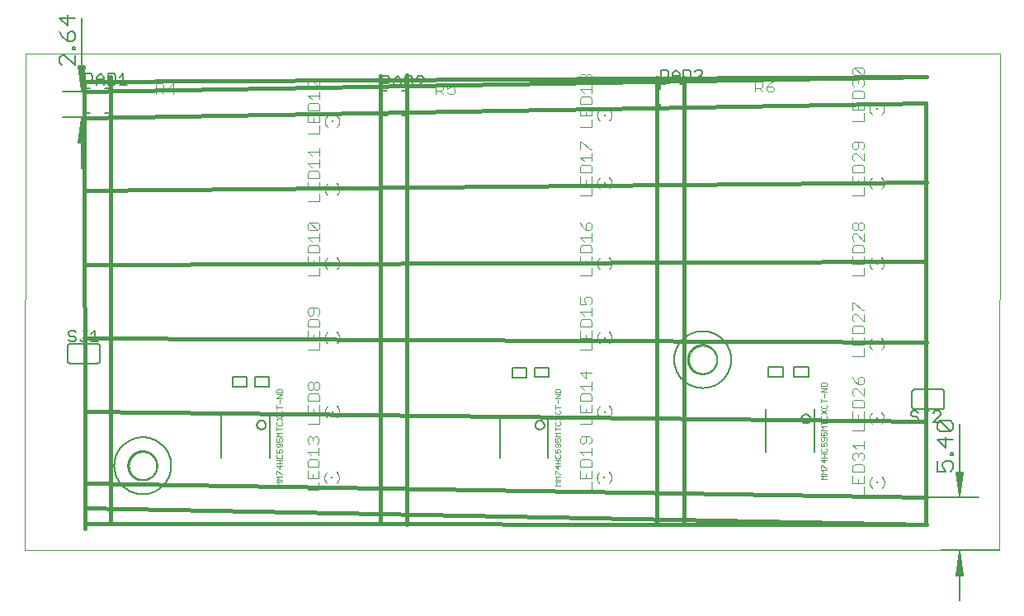
<source format=gto>
G75*
%MOIN*%
%OFA0B0*%
%FSLAX25Y25*%
%IPPOS*%
%LPD*%
%AMOC8*
5,1,8,0,0,1.08239X$1,22.5*
%
%ADD10C,0.00000*%
%ADD11C,0.01600*%
%ADD12C,0.00512*%
%ADD13C,0.00600*%
%ADD14C,0.00800*%
%ADD15C,0.00400*%
%ADD16R,0.00787X0.00787*%
%ADD17R,0.00984X0.00591*%
%ADD18C,0.00500*%
%ADD19C,0.00200*%
D10*
X0001000Y0021728D02*
X0001400Y0222489D01*
X0395101Y0222489D01*
X0394701Y0021728D01*
X0001000Y0021728D01*
X0043288Y0055828D02*
X0043290Y0055976D01*
X0043296Y0056124D01*
X0043306Y0056272D01*
X0043320Y0056419D01*
X0043338Y0056566D01*
X0043359Y0056712D01*
X0043385Y0056858D01*
X0043415Y0057003D01*
X0043448Y0057147D01*
X0043486Y0057290D01*
X0043527Y0057432D01*
X0043572Y0057573D01*
X0043620Y0057713D01*
X0043673Y0057852D01*
X0043729Y0057989D01*
X0043789Y0058124D01*
X0043852Y0058258D01*
X0043919Y0058390D01*
X0043990Y0058520D01*
X0044064Y0058648D01*
X0044141Y0058774D01*
X0044222Y0058898D01*
X0044306Y0059020D01*
X0044393Y0059139D01*
X0044484Y0059256D01*
X0044578Y0059371D01*
X0044674Y0059483D01*
X0044774Y0059593D01*
X0044876Y0059699D01*
X0044982Y0059803D01*
X0045090Y0059904D01*
X0045201Y0060002D01*
X0045314Y0060098D01*
X0045430Y0060190D01*
X0045548Y0060279D01*
X0045669Y0060364D01*
X0045792Y0060447D01*
X0045917Y0060526D01*
X0046044Y0060602D01*
X0046173Y0060674D01*
X0046304Y0060743D01*
X0046437Y0060808D01*
X0046572Y0060869D01*
X0046708Y0060927D01*
X0046845Y0060982D01*
X0046984Y0061032D01*
X0047125Y0061079D01*
X0047266Y0061122D01*
X0047409Y0061162D01*
X0047553Y0061197D01*
X0047697Y0061229D01*
X0047843Y0061256D01*
X0047989Y0061280D01*
X0048136Y0061300D01*
X0048283Y0061316D01*
X0048430Y0061328D01*
X0048578Y0061336D01*
X0048726Y0061340D01*
X0048874Y0061340D01*
X0049022Y0061336D01*
X0049170Y0061328D01*
X0049317Y0061316D01*
X0049464Y0061300D01*
X0049611Y0061280D01*
X0049757Y0061256D01*
X0049903Y0061229D01*
X0050047Y0061197D01*
X0050191Y0061162D01*
X0050334Y0061122D01*
X0050475Y0061079D01*
X0050616Y0061032D01*
X0050755Y0060982D01*
X0050892Y0060927D01*
X0051028Y0060869D01*
X0051163Y0060808D01*
X0051296Y0060743D01*
X0051427Y0060674D01*
X0051556Y0060602D01*
X0051683Y0060526D01*
X0051808Y0060447D01*
X0051931Y0060364D01*
X0052052Y0060279D01*
X0052170Y0060190D01*
X0052286Y0060098D01*
X0052399Y0060002D01*
X0052510Y0059904D01*
X0052618Y0059803D01*
X0052724Y0059699D01*
X0052826Y0059593D01*
X0052926Y0059483D01*
X0053022Y0059371D01*
X0053116Y0059256D01*
X0053207Y0059139D01*
X0053294Y0059020D01*
X0053378Y0058898D01*
X0053459Y0058774D01*
X0053536Y0058648D01*
X0053610Y0058520D01*
X0053681Y0058390D01*
X0053748Y0058258D01*
X0053811Y0058124D01*
X0053871Y0057989D01*
X0053927Y0057852D01*
X0053980Y0057713D01*
X0054028Y0057573D01*
X0054073Y0057432D01*
X0054114Y0057290D01*
X0054152Y0057147D01*
X0054185Y0057003D01*
X0054215Y0056858D01*
X0054241Y0056712D01*
X0054262Y0056566D01*
X0054280Y0056419D01*
X0054294Y0056272D01*
X0054304Y0056124D01*
X0054310Y0055976D01*
X0054312Y0055828D01*
X0054310Y0055680D01*
X0054304Y0055532D01*
X0054294Y0055384D01*
X0054280Y0055237D01*
X0054262Y0055090D01*
X0054241Y0054944D01*
X0054215Y0054798D01*
X0054185Y0054653D01*
X0054152Y0054509D01*
X0054114Y0054366D01*
X0054073Y0054224D01*
X0054028Y0054083D01*
X0053980Y0053943D01*
X0053927Y0053804D01*
X0053871Y0053667D01*
X0053811Y0053532D01*
X0053748Y0053398D01*
X0053681Y0053266D01*
X0053610Y0053136D01*
X0053536Y0053008D01*
X0053459Y0052882D01*
X0053378Y0052758D01*
X0053294Y0052636D01*
X0053207Y0052517D01*
X0053116Y0052400D01*
X0053022Y0052285D01*
X0052926Y0052173D01*
X0052826Y0052063D01*
X0052724Y0051957D01*
X0052618Y0051853D01*
X0052510Y0051752D01*
X0052399Y0051654D01*
X0052286Y0051558D01*
X0052170Y0051466D01*
X0052052Y0051377D01*
X0051931Y0051292D01*
X0051808Y0051209D01*
X0051683Y0051130D01*
X0051556Y0051054D01*
X0051427Y0050982D01*
X0051296Y0050913D01*
X0051163Y0050848D01*
X0051028Y0050787D01*
X0050892Y0050729D01*
X0050755Y0050674D01*
X0050616Y0050624D01*
X0050475Y0050577D01*
X0050334Y0050534D01*
X0050191Y0050494D01*
X0050047Y0050459D01*
X0049903Y0050427D01*
X0049757Y0050400D01*
X0049611Y0050376D01*
X0049464Y0050356D01*
X0049317Y0050340D01*
X0049170Y0050328D01*
X0049022Y0050320D01*
X0048874Y0050316D01*
X0048726Y0050316D01*
X0048578Y0050320D01*
X0048430Y0050328D01*
X0048283Y0050340D01*
X0048136Y0050356D01*
X0047989Y0050376D01*
X0047843Y0050400D01*
X0047697Y0050427D01*
X0047553Y0050459D01*
X0047409Y0050494D01*
X0047266Y0050534D01*
X0047125Y0050577D01*
X0046984Y0050624D01*
X0046845Y0050674D01*
X0046708Y0050729D01*
X0046572Y0050787D01*
X0046437Y0050848D01*
X0046304Y0050913D01*
X0046173Y0050982D01*
X0046044Y0051054D01*
X0045917Y0051130D01*
X0045792Y0051209D01*
X0045669Y0051292D01*
X0045548Y0051377D01*
X0045430Y0051466D01*
X0045314Y0051558D01*
X0045201Y0051654D01*
X0045090Y0051752D01*
X0044982Y0051853D01*
X0044876Y0051957D01*
X0044774Y0052063D01*
X0044674Y0052173D01*
X0044578Y0052285D01*
X0044484Y0052400D01*
X0044393Y0052517D01*
X0044306Y0052636D01*
X0044222Y0052758D01*
X0044141Y0052882D01*
X0044064Y0053008D01*
X0043990Y0053136D01*
X0043919Y0053266D01*
X0043852Y0053398D01*
X0043789Y0053532D01*
X0043729Y0053667D01*
X0043673Y0053804D01*
X0043620Y0053943D01*
X0043572Y0054083D01*
X0043527Y0054224D01*
X0043486Y0054366D01*
X0043448Y0054509D01*
X0043415Y0054653D01*
X0043385Y0054798D01*
X0043359Y0054944D01*
X0043338Y0055090D01*
X0043320Y0055237D01*
X0043306Y0055384D01*
X0043296Y0055532D01*
X0043290Y0055680D01*
X0043288Y0055828D01*
X0269488Y0098728D02*
X0269490Y0098876D01*
X0269496Y0099024D01*
X0269506Y0099172D01*
X0269520Y0099319D01*
X0269538Y0099466D01*
X0269559Y0099612D01*
X0269585Y0099758D01*
X0269615Y0099903D01*
X0269648Y0100047D01*
X0269686Y0100190D01*
X0269727Y0100332D01*
X0269772Y0100473D01*
X0269820Y0100613D01*
X0269873Y0100752D01*
X0269929Y0100889D01*
X0269989Y0101024D01*
X0270052Y0101158D01*
X0270119Y0101290D01*
X0270190Y0101420D01*
X0270264Y0101548D01*
X0270341Y0101674D01*
X0270422Y0101798D01*
X0270506Y0101920D01*
X0270593Y0102039D01*
X0270684Y0102156D01*
X0270778Y0102271D01*
X0270874Y0102383D01*
X0270974Y0102493D01*
X0271076Y0102599D01*
X0271182Y0102703D01*
X0271290Y0102804D01*
X0271401Y0102902D01*
X0271514Y0102998D01*
X0271630Y0103090D01*
X0271748Y0103179D01*
X0271869Y0103264D01*
X0271992Y0103347D01*
X0272117Y0103426D01*
X0272244Y0103502D01*
X0272373Y0103574D01*
X0272504Y0103643D01*
X0272637Y0103708D01*
X0272772Y0103769D01*
X0272908Y0103827D01*
X0273045Y0103882D01*
X0273184Y0103932D01*
X0273325Y0103979D01*
X0273466Y0104022D01*
X0273609Y0104062D01*
X0273753Y0104097D01*
X0273897Y0104129D01*
X0274043Y0104156D01*
X0274189Y0104180D01*
X0274336Y0104200D01*
X0274483Y0104216D01*
X0274630Y0104228D01*
X0274778Y0104236D01*
X0274926Y0104240D01*
X0275074Y0104240D01*
X0275222Y0104236D01*
X0275370Y0104228D01*
X0275517Y0104216D01*
X0275664Y0104200D01*
X0275811Y0104180D01*
X0275957Y0104156D01*
X0276103Y0104129D01*
X0276247Y0104097D01*
X0276391Y0104062D01*
X0276534Y0104022D01*
X0276675Y0103979D01*
X0276816Y0103932D01*
X0276955Y0103882D01*
X0277092Y0103827D01*
X0277228Y0103769D01*
X0277363Y0103708D01*
X0277496Y0103643D01*
X0277627Y0103574D01*
X0277756Y0103502D01*
X0277883Y0103426D01*
X0278008Y0103347D01*
X0278131Y0103264D01*
X0278252Y0103179D01*
X0278370Y0103090D01*
X0278486Y0102998D01*
X0278599Y0102902D01*
X0278710Y0102804D01*
X0278818Y0102703D01*
X0278924Y0102599D01*
X0279026Y0102493D01*
X0279126Y0102383D01*
X0279222Y0102271D01*
X0279316Y0102156D01*
X0279407Y0102039D01*
X0279494Y0101920D01*
X0279578Y0101798D01*
X0279659Y0101674D01*
X0279736Y0101548D01*
X0279810Y0101420D01*
X0279881Y0101290D01*
X0279948Y0101158D01*
X0280011Y0101024D01*
X0280071Y0100889D01*
X0280127Y0100752D01*
X0280180Y0100613D01*
X0280228Y0100473D01*
X0280273Y0100332D01*
X0280314Y0100190D01*
X0280352Y0100047D01*
X0280385Y0099903D01*
X0280415Y0099758D01*
X0280441Y0099612D01*
X0280462Y0099466D01*
X0280480Y0099319D01*
X0280494Y0099172D01*
X0280504Y0099024D01*
X0280510Y0098876D01*
X0280512Y0098728D01*
X0280510Y0098580D01*
X0280504Y0098432D01*
X0280494Y0098284D01*
X0280480Y0098137D01*
X0280462Y0097990D01*
X0280441Y0097844D01*
X0280415Y0097698D01*
X0280385Y0097553D01*
X0280352Y0097409D01*
X0280314Y0097266D01*
X0280273Y0097124D01*
X0280228Y0096983D01*
X0280180Y0096843D01*
X0280127Y0096704D01*
X0280071Y0096567D01*
X0280011Y0096432D01*
X0279948Y0096298D01*
X0279881Y0096166D01*
X0279810Y0096036D01*
X0279736Y0095908D01*
X0279659Y0095782D01*
X0279578Y0095658D01*
X0279494Y0095536D01*
X0279407Y0095417D01*
X0279316Y0095300D01*
X0279222Y0095185D01*
X0279126Y0095073D01*
X0279026Y0094963D01*
X0278924Y0094857D01*
X0278818Y0094753D01*
X0278710Y0094652D01*
X0278599Y0094554D01*
X0278486Y0094458D01*
X0278370Y0094366D01*
X0278252Y0094277D01*
X0278131Y0094192D01*
X0278008Y0094109D01*
X0277883Y0094030D01*
X0277756Y0093954D01*
X0277627Y0093882D01*
X0277496Y0093813D01*
X0277363Y0093748D01*
X0277228Y0093687D01*
X0277092Y0093629D01*
X0276955Y0093574D01*
X0276816Y0093524D01*
X0276675Y0093477D01*
X0276534Y0093434D01*
X0276391Y0093394D01*
X0276247Y0093359D01*
X0276103Y0093327D01*
X0275957Y0093300D01*
X0275811Y0093276D01*
X0275664Y0093256D01*
X0275517Y0093240D01*
X0275370Y0093228D01*
X0275222Y0093220D01*
X0275074Y0093216D01*
X0274926Y0093216D01*
X0274778Y0093220D01*
X0274630Y0093228D01*
X0274483Y0093240D01*
X0274336Y0093256D01*
X0274189Y0093276D01*
X0274043Y0093300D01*
X0273897Y0093327D01*
X0273753Y0093359D01*
X0273609Y0093394D01*
X0273466Y0093434D01*
X0273325Y0093477D01*
X0273184Y0093524D01*
X0273045Y0093574D01*
X0272908Y0093629D01*
X0272772Y0093687D01*
X0272637Y0093748D01*
X0272504Y0093813D01*
X0272373Y0093882D01*
X0272244Y0093954D01*
X0272117Y0094030D01*
X0271992Y0094109D01*
X0271869Y0094192D01*
X0271748Y0094277D01*
X0271630Y0094366D01*
X0271514Y0094458D01*
X0271401Y0094554D01*
X0271290Y0094652D01*
X0271182Y0094753D01*
X0271076Y0094857D01*
X0270974Y0094963D01*
X0270874Y0095073D01*
X0270778Y0095185D01*
X0270684Y0095300D01*
X0270593Y0095417D01*
X0270506Y0095536D01*
X0270422Y0095658D01*
X0270341Y0095782D01*
X0270264Y0095908D01*
X0270190Y0096036D01*
X0270119Y0096166D01*
X0270052Y0096298D01*
X0269989Y0096432D01*
X0269929Y0096567D01*
X0269873Y0096704D01*
X0269820Y0096843D01*
X0269772Y0096983D01*
X0269727Y0097124D01*
X0269686Y0097266D01*
X0269648Y0097409D01*
X0269615Y0097553D01*
X0269585Y0097698D01*
X0269559Y0097844D01*
X0269538Y0097990D01*
X0269520Y0098137D01*
X0269506Y0098284D01*
X0269496Y0098432D01*
X0269490Y0098580D01*
X0269488Y0098728D01*
D11*
X0365567Y0105862D02*
X0025134Y0107398D01*
X0025134Y0137083D02*
X0365291Y0138343D01*
X0365291Y0202476D01*
X0025016Y0196531D01*
X0025213Y0207043D02*
X0365409Y0213028D01*
X0365331Y0213067D02*
X0025055Y0211224D01*
X0025370Y0030555D01*
X0025331Y0032516D02*
X0365291Y0032201D01*
X0365291Y0138343D01*
X0365567Y0170429D02*
X0025331Y0166925D01*
X0035764Y0213146D02*
X0035724Y0032831D01*
X0025409Y0038579D02*
X0365331Y0032201D01*
X0365331Y0042949D02*
X0025449Y0048815D01*
X0025331Y0077791D02*
X0365213Y0073697D01*
X0267575Y0032831D02*
X0267575Y0212634D01*
X0256551Y0212634D02*
X0256551Y0032201D01*
X0155567Y0032201D02*
X0155567Y0213579D01*
X0144780Y0213343D02*
X0144740Y0032713D01*
D12*
X0364346Y0042988D02*
X0386433Y0042988D01*
X0378756Y0043244D02*
X0379780Y0053224D01*
X0380013Y0053224D02*
X0378756Y0043244D01*
X0377732Y0053224D01*
X0377499Y0053224D02*
X0380013Y0053224D01*
X0379268Y0053224D02*
X0378756Y0043244D01*
X0378244Y0053224D01*
X0377499Y0053224D02*
X0378756Y0043244D01*
X0378756Y0072693D01*
X0378756Y0021472D02*
X0379780Y0011492D01*
X0380013Y0011492D02*
X0378756Y0021472D01*
X0377732Y0011492D01*
X0377499Y0011492D02*
X0380013Y0011492D01*
X0379268Y0011492D02*
X0378756Y0021472D01*
X0378244Y0011492D01*
X0377499Y0011492D02*
X0378756Y0021472D01*
X0378756Y0001256D01*
X0371079Y0021728D02*
X0394701Y0021728D01*
X0024110Y0176177D02*
X0024110Y0196394D01*
X0025134Y0186413D01*
X0025367Y0186413D02*
X0024110Y0196394D01*
X0023087Y0186413D01*
X0022853Y0186413D02*
X0025367Y0186413D01*
X0024622Y0186413D02*
X0024110Y0196394D01*
X0023598Y0186413D01*
X0022853Y0186413D02*
X0024110Y0196394D01*
X0027299Y0196650D02*
X0016433Y0196650D01*
X0016433Y0207043D02*
X0025213Y0207043D01*
X0024110Y0207299D02*
X0025134Y0217280D01*
X0025367Y0217280D02*
X0024110Y0207299D01*
X0023087Y0217280D01*
X0022853Y0217280D02*
X0025367Y0217280D01*
X0024622Y0217280D02*
X0024110Y0207299D01*
X0023598Y0217280D01*
X0022853Y0217280D02*
X0024110Y0207299D01*
X0024110Y0236748D01*
D13*
X0021548Y0236896D02*
X0015143Y0236896D01*
X0018346Y0233693D01*
X0018346Y0237964D01*
X0019413Y0231518D02*
X0018346Y0230451D01*
X0018346Y0227248D01*
X0020481Y0227248D01*
X0021548Y0228315D01*
X0021548Y0230451D01*
X0020481Y0231518D01*
X0019413Y0231518D01*
X0016211Y0229383D02*
X0018346Y0227248D01*
X0016211Y0229383D02*
X0015143Y0231518D01*
X0020481Y0225093D02*
X0021548Y0225093D01*
X0021548Y0224025D01*
X0020481Y0224025D01*
X0020481Y0225093D01*
X0021548Y0221850D02*
X0021548Y0217580D01*
X0017278Y0221850D01*
X0016211Y0221850D01*
X0015143Y0220782D01*
X0015143Y0218647D01*
X0016211Y0217580D01*
X0025331Y0208516D02*
X0025331Y0206516D01*
X0025331Y0208516D02*
X0027331Y0208516D01*
X0033331Y0208516D02*
X0035331Y0208516D01*
X0035331Y0206516D01*
X0035331Y0200516D02*
X0035331Y0198516D01*
X0033331Y0198516D01*
X0027331Y0198516D02*
X0025331Y0198516D01*
X0025331Y0200516D01*
X0145331Y0199516D02*
X0145331Y0197516D01*
X0147331Y0197516D01*
X0153331Y0197516D02*
X0155331Y0197516D01*
X0155331Y0199516D01*
X0155331Y0205516D02*
X0155331Y0207516D01*
X0153331Y0207516D01*
X0147331Y0207516D02*
X0145331Y0207516D01*
X0145331Y0205516D01*
X0257831Y0208016D02*
X0257831Y0210016D01*
X0259831Y0210016D01*
X0265831Y0210016D02*
X0267831Y0210016D01*
X0267831Y0208016D01*
X0267831Y0202016D02*
X0267831Y0200016D01*
X0265831Y0200016D01*
X0259831Y0200016D02*
X0257831Y0200016D01*
X0257831Y0202016D01*
X0263500Y0098728D02*
X0263503Y0099010D01*
X0263514Y0099292D01*
X0263531Y0099574D01*
X0263555Y0099855D01*
X0263586Y0100136D01*
X0263624Y0100415D01*
X0263669Y0100694D01*
X0263721Y0100972D01*
X0263779Y0101248D01*
X0263845Y0101522D01*
X0263917Y0101795D01*
X0263995Y0102066D01*
X0264080Y0102335D01*
X0264172Y0102602D01*
X0264271Y0102867D01*
X0264375Y0103129D01*
X0264487Y0103388D01*
X0264604Y0103645D01*
X0264728Y0103899D01*
X0264858Y0104149D01*
X0264994Y0104396D01*
X0265136Y0104640D01*
X0265284Y0104880D01*
X0265438Y0105117D01*
X0265598Y0105350D01*
X0265763Y0105579D01*
X0265934Y0105803D01*
X0266110Y0106024D01*
X0266292Y0106239D01*
X0266479Y0106451D01*
X0266671Y0106658D01*
X0266868Y0106860D01*
X0267070Y0107057D01*
X0267277Y0107249D01*
X0267489Y0107436D01*
X0267704Y0107618D01*
X0267925Y0107794D01*
X0268149Y0107965D01*
X0268378Y0108130D01*
X0268611Y0108290D01*
X0268848Y0108444D01*
X0269088Y0108592D01*
X0269332Y0108734D01*
X0269579Y0108870D01*
X0269829Y0109000D01*
X0270083Y0109124D01*
X0270340Y0109241D01*
X0270599Y0109353D01*
X0270861Y0109457D01*
X0271126Y0109556D01*
X0271393Y0109648D01*
X0271662Y0109733D01*
X0271933Y0109811D01*
X0272206Y0109883D01*
X0272480Y0109949D01*
X0272756Y0110007D01*
X0273034Y0110059D01*
X0273313Y0110104D01*
X0273592Y0110142D01*
X0273873Y0110173D01*
X0274154Y0110197D01*
X0274436Y0110214D01*
X0274718Y0110225D01*
X0275000Y0110228D01*
X0275282Y0110225D01*
X0275564Y0110214D01*
X0275846Y0110197D01*
X0276127Y0110173D01*
X0276408Y0110142D01*
X0276687Y0110104D01*
X0276966Y0110059D01*
X0277244Y0110007D01*
X0277520Y0109949D01*
X0277794Y0109883D01*
X0278067Y0109811D01*
X0278338Y0109733D01*
X0278607Y0109648D01*
X0278874Y0109556D01*
X0279139Y0109457D01*
X0279401Y0109353D01*
X0279660Y0109241D01*
X0279917Y0109124D01*
X0280171Y0109000D01*
X0280421Y0108870D01*
X0280668Y0108734D01*
X0280912Y0108592D01*
X0281152Y0108444D01*
X0281389Y0108290D01*
X0281622Y0108130D01*
X0281851Y0107965D01*
X0282075Y0107794D01*
X0282296Y0107618D01*
X0282511Y0107436D01*
X0282723Y0107249D01*
X0282930Y0107057D01*
X0283132Y0106860D01*
X0283329Y0106658D01*
X0283521Y0106451D01*
X0283708Y0106239D01*
X0283890Y0106024D01*
X0284066Y0105803D01*
X0284237Y0105579D01*
X0284402Y0105350D01*
X0284562Y0105117D01*
X0284716Y0104880D01*
X0284864Y0104640D01*
X0285006Y0104396D01*
X0285142Y0104149D01*
X0285272Y0103899D01*
X0285396Y0103645D01*
X0285513Y0103388D01*
X0285625Y0103129D01*
X0285729Y0102867D01*
X0285828Y0102602D01*
X0285920Y0102335D01*
X0286005Y0102066D01*
X0286083Y0101795D01*
X0286155Y0101522D01*
X0286221Y0101248D01*
X0286279Y0100972D01*
X0286331Y0100694D01*
X0286376Y0100415D01*
X0286414Y0100136D01*
X0286445Y0099855D01*
X0286469Y0099574D01*
X0286486Y0099292D01*
X0286497Y0099010D01*
X0286500Y0098728D01*
X0286497Y0098446D01*
X0286486Y0098164D01*
X0286469Y0097882D01*
X0286445Y0097601D01*
X0286414Y0097320D01*
X0286376Y0097041D01*
X0286331Y0096762D01*
X0286279Y0096484D01*
X0286221Y0096208D01*
X0286155Y0095934D01*
X0286083Y0095661D01*
X0286005Y0095390D01*
X0285920Y0095121D01*
X0285828Y0094854D01*
X0285729Y0094589D01*
X0285625Y0094327D01*
X0285513Y0094068D01*
X0285396Y0093811D01*
X0285272Y0093557D01*
X0285142Y0093307D01*
X0285006Y0093060D01*
X0284864Y0092816D01*
X0284716Y0092576D01*
X0284562Y0092339D01*
X0284402Y0092106D01*
X0284237Y0091877D01*
X0284066Y0091653D01*
X0283890Y0091432D01*
X0283708Y0091217D01*
X0283521Y0091005D01*
X0283329Y0090798D01*
X0283132Y0090596D01*
X0282930Y0090399D01*
X0282723Y0090207D01*
X0282511Y0090020D01*
X0282296Y0089838D01*
X0282075Y0089662D01*
X0281851Y0089491D01*
X0281622Y0089326D01*
X0281389Y0089166D01*
X0281152Y0089012D01*
X0280912Y0088864D01*
X0280668Y0088722D01*
X0280421Y0088586D01*
X0280171Y0088456D01*
X0279917Y0088332D01*
X0279660Y0088215D01*
X0279401Y0088103D01*
X0279139Y0087999D01*
X0278874Y0087900D01*
X0278607Y0087808D01*
X0278338Y0087723D01*
X0278067Y0087645D01*
X0277794Y0087573D01*
X0277520Y0087507D01*
X0277244Y0087449D01*
X0276966Y0087397D01*
X0276687Y0087352D01*
X0276408Y0087314D01*
X0276127Y0087283D01*
X0275846Y0087259D01*
X0275564Y0087242D01*
X0275282Y0087231D01*
X0275000Y0087228D01*
X0274718Y0087231D01*
X0274436Y0087242D01*
X0274154Y0087259D01*
X0273873Y0087283D01*
X0273592Y0087314D01*
X0273313Y0087352D01*
X0273034Y0087397D01*
X0272756Y0087449D01*
X0272480Y0087507D01*
X0272206Y0087573D01*
X0271933Y0087645D01*
X0271662Y0087723D01*
X0271393Y0087808D01*
X0271126Y0087900D01*
X0270861Y0087999D01*
X0270599Y0088103D01*
X0270340Y0088215D01*
X0270083Y0088332D01*
X0269829Y0088456D01*
X0269579Y0088586D01*
X0269332Y0088722D01*
X0269088Y0088864D01*
X0268848Y0089012D01*
X0268611Y0089166D01*
X0268378Y0089326D01*
X0268149Y0089491D01*
X0267925Y0089662D01*
X0267704Y0089838D01*
X0267489Y0090020D01*
X0267277Y0090207D01*
X0267070Y0090399D01*
X0266868Y0090596D01*
X0266671Y0090798D01*
X0266479Y0091005D01*
X0266292Y0091217D01*
X0266110Y0091432D01*
X0265934Y0091653D01*
X0265763Y0091877D01*
X0265598Y0092106D01*
X0265438Y0092339D01*
X0265284Y0092576D01*
X0265136Y0092816D01*
X0264994Y0093060D01*
X0264858Y0093307D01*
X0264728Y0093557D01*
X0264604Y0093811D01*
X0264487Y0094068D01*
X0264375Y0094327D01*
X0264271Y0094589D01*
X0264172Y0094854D01*
X0264080Y0095121D01*
X0263995Y0095390D01*
X0263917Y0095661D01*
X0263845Y0095934D01*
X0263779Y0096208D01*
X0263721Y0096484D01*
X0263669Y0096762D01*
X0263624Y0097041D01*
X0263586Y0097320D01*
X0263555Y0097601D01*
X0263531Y0097882D01*
X0263514Y0098164D01*
X0263503Y0098446D01*
X0263500Y0098728D01*
X0300529Y0078609D02*
X0300529Y0061520D01*
X0320034Y0061520D02*
X0320034Y0078609D01*
X0314931Y0074816D02*
X0314933Y0074900D01*
X0314939Y0074985D01*
X0314949Y0075068D01*
X0314963Y0075152D01*
X0314980Y0075234D01*
X0315002Y0075316D01*
X0315027Y0075396D01*
X0315056Y0075475D01*
X0315089Y0075553D01*
X0315125Y0075629D01*
X0315165Y0075704D01*
X0315209Y0075776D01*
X0315255Y0075847D01*
X0315305Y0075915D01*
X0315358Y0075980D01*
X0315414Y0076043D01*
X0315473Y0076104D01*
X0315535Y0076161D01*
X0315599Y0076216D01*
X0315666Y0076267D01*
X0315735Y0076316D01*
X0315807Y0076361D01*
X0315880Y0076402D01*
X0315955Y0076440D01*
X0316032Y0076475D01*
X0316111Y0076506D01*
X0316191Y0076533D01*
X0316272Y0076556D01*
X0316354Y0076576D01*
X0316437Y0076592D01*
X0316520Y0076604D01*
X0316605Y0076612D01*
X0316689Y0076616D01*
X0316773Y0076616D01*
X0316857Y0076612D01*
X0316942Y0076604D01*
X0317025Y0076592D01*
X0317108Y0076576D01*
X0317190Y0076556D01*
X0317271Y0076533D01*
X0317351Y0076506D01*
X0317430Y0076475D01*
X0317507Y0076440D01*
X0317582Y0076402D01*
X0317655Y0076361D01*
X0317727Y0076316D01*
X0317796Y0076267D01*
X0317863Y0076216D01*
X0317927Y0076161D01*
X0317989Y0076104D01*
X0318048Y0076043D01*
X0318104Y0075980D01*
X0318157Y0075915D01*
X0318207Y0075847D01*
X0318253Y0075776D01*
X0318297Y0075704D01*
X0318337Y0075629D01*
X0318373Y0075553D01*
X0318406Y0075475D01*
X0318435Y0075396D01*
X0318460Y0075316D01*
X0318482Y0075234D01*
X0318499Y0075152D01*
X0318513Y0075068D01*
X0318523Y0074985D01*
X0318529Y0074900D01*
X0318531Y0074816D01*
X0318529Y0074732D01*
X0318523Y0074647D01*
X0318513Y0074564D01*
X0318499Y0074480D01*
X0318482Y0074398D01*
X0318460Y0074316D01*
X0318435Y0074236D01*
X0318406Y0074157D01*
X0318373Y0074079D01*
X0318337Y0074003D01*
X0318297Y0073928D01*
X0318253Y0073856D01*
X0318207Y0073785D01*
X0318157Y0073717D01*
X0318104Y0073652D01*
X0318048Y0073589D01*
X0317989Y0073528D01*
X0317927Y0073471D01*
X0317863Y0073416D01*
X0317796Y0073365D01*
X0317727Y0073316D01*
X0317655Y0073271D01*
X0317582Y0073230D01*
X0317507Y0073192D01*
X0317430Y0073157D01*
X0317351Y0073126D01*
X0317271Y0073099D01*
X0317190Y0073076D01*
X0317108Y0073056D01*
X0317025Y0073040D01*
X0316942Y0073028D01*
X0316857Y0073020D01*
X0316773Y0073016D01*
X0316689Y0073016D01*
X0316605Y0073020D01*
X0316520Y0073028D01*
X0316437Y0073040D01*
X0316354Y0073056D01*
X0316272Y0073076D01*
X0316191Y0073099D01*
X0316111Y0073126D01*
X0316032Y0073157D01*
X0315955Y0073192D01*
X0315880Y0073230D01*
X0315807Y0073271D01*
X0315735Y0073316D01*
X0315666Y0073365D01*
X0315599Y0073416D01*
X0315535Y0073471D01*
X0315473Y0073528D01*
X0315414Y0073589D01*
X0315358Y0073652D01*
X0315305Y0073717D01*
X0315255Y0073785D01*
X0315209Y0073856D01*
X0315165Y0073928D01*
X0315125Y0074003D01*
X0315089Y0074079D01*
X0315056Y0074157D01*
X0315027Y0074236D01*
X0315002Y0074316D01*
X0314980Y0074398D01*
X0314963Y0074480D01*
X0314949Y0074564D01*
X0314939Y0074647D01*
X0314933Y0074732D01*
X0314931Y0074816D01*
X0359550Y0079728D02*
X0359550Y0085728D01*
X0359552Y0085788D01*
X0359557Y0085849D01*
X0359566Y0085908D01*
X0359579Y0085967D01*
X0359595Y0086026D01*
X0359615Y0086083D01*
X0359638Y0086138D01*
X0359665Y0086193D01*
X0359694Y0086245D01*
X0359727Y0086296D01*
X0359763Y0086345D01*
X0359801Y0086391D01*
X0359843Y0086435D01*
X0359887Y0086477D01*
X0359933Y0086515D01*
X0359982Y0086551D01*
X0360033Y0086584D01*
X0360085Y0086613D01*
X0360140Y0086640D01*
X0360195Y0086663D01*
X0360252Y0086683D01*
X0360311Y0086699D01*
X0360370Y0086712D01*
X0360429Y0086721D01*
X0360490Y0086726D01*
X0360550Y0086728D01*
X0371550Y0086728D01*
X0371610Y0086726D01*
X0371671Y0086721D01*
X0371730Y0086712D01*
X0371789Y0086699D01*
X0371848Y0086683D01*
X0371905Y0086663D01*
X0371960Y0086640D01*
X0372015Y0086613D01*
X0372067Y0086584D01*
X0372118Y0086551D01*
X0372167Y0086515D01*
X0372213Y0086477D01*
X0372257Y0086435D01*
X0372299Y0086391D01*
X0372337Y0086345D01*
X0372373Y0086296D01*
X0372406Y0086245D01*
X0372435Y0086193D01*
X0372462Y0086138D01*
X0372485Y0086083D01*
X0372505Y0086026D01*
X0372521Y0085967D01*
X0372534Y0085908D01*
X0372543Y0085849D01*
X0372548Y0085788D01*
X0372550Y0085728D01*
X0372550Y0079728D01*
X0372548Y0079668D01*
X0372543Y0079607D01*
X0372534Y0079548D01*
X0372521Y0079489D01*
X0372505Y0079430D01*
X0372485Y0079373D01*
X0372462Y0079318D01*
X0372435Y0079263D01*
X0372406Y0079211D01*
X0372373Y0079160D01*
X0372337Y0079111D01*
X0372299Y0079065D01*
X0372257Y0079021D01*
X0372213Y0078979D01*
X0372167Y0078941D01*
X0372118Y0078905D01*
X0372067Y0078872D01*
X0372015Y0078843D01*
X0371960Y0078816D01*
X0371905Y0078793D01*
X0371848Y0078773D01*
X0371789Y0078757D01*
X0371730Y0078744D01*
X0371671Y0078735D01*
X0371610Y0078730D01*
X0371550Y0078728D01*
X0360550Y0078728D01*
X0360490Y0078730D01*
X0360429Y0078735D01*
X0360370Y0078744D01*
X0360311Y0078757D01*
X0360252Y0078773D01*
X0360195Y0078793D01*
X0360140Y0078816D01*
X0360085Y0078843D01*
X0360033Y0078872D01*
X0359982Y0078905D01*
X0359933Y0078941D01*
X0359887Y0078979D01*
X0359843Y0079021D01*
X0359801Y0079065D01*
X0359763Y0079111D01*
X0359727Y0079160D01*
X0359694Y0079211D01*
X0359665Y0079263D01*
X0359638Y0079318D01*
X0359615Y0079373D01*
X0359595Y0079430D01*
X0359579Y0079489D01*
X0359566Y0079548D01*
X0359557Y0079607D01*
X0359552Y0079668D01*
X0359550Y0079728D01*
X0369789Y0072841D02*
X0370856Y0073908D01*
X0375127Y0069638D01*
X0376194Y0070706D01*
X0376194Y0072841D01*
X0375127Y0073908D01*
X0370856Y0073908D01*
X0369789Y0072841D02*
X0369789Y0070706D01*
X0370856Y0069638D01*
X0375127Y0069638D01*
X0372991Y0067463D02*
X0372991Y0063193D01*
X0369789Y0066395D01*
X0376194Y0066395D01*
X0376194Y0061037D02*
X0376194Y0059970D01*
X0375127Y0059970D01*
X0375127Y0061037D01*
X0376194Y0061037D01*
X0375127Y0057795D02*
X0376194Y0056727D01*
X0376194Y0054592D01*
X0375127Y0053524D01*
X0372991Y0053524D02*
X0371924Y0055660D01*
X0371924Y0056727D01*
X0372991Y0057795D01*
X0375127Y0057795D01*
X0372991Y0053524D02*
X0369789Y0053524D01*
X0369789Y0057795D01*
X0212534Y0059020D02*
X0212534Y0076109D01*
X0207431Y0072316D02*
X0207433Y0072400D01*
X0207439Y0072485D01*
X0207449Y0072568D01*
X0207463Y0072652D01*
X0207480Y0072734D01*
X0207502Y0072816D01*
X0207527Y0072896D01*
X0207556Y0072975D01*
X0207589Y0073053D01*
X0207625Y0073129D01*
X0207665Y0073204D01*
X0207709Y0073276D01*
X0207755Y0073347D01*
X0207805Y0073415D01*
X0207858Y0073480D01*
X0207914Y0073543D01*
X0207973Y0073604D01*
X0208035Y0073661D01*
X0208099Y0073716D01*
X0208166Y0073767D01*
X0208235Y0073816D01*
X0208307Y0073861D01*
X0208380Y0073902D01*
X0208455Y0073940D01*
X0208532Y0073975D01*
X0208611Y0074006D01*
X0208691Y0074033D01*
X0208772Y0074056D01*
X0208854Y0074076D01*
X0208937Y0074092D01*
X0209020Y0074104D01*
X0209105Y0074112D01*
X0209189Y0074116D01*
X0209273Y0074116D01*
X0209357Y0074112D01*
X0209442Y0074104D01*
X0209525Y0074092D01*
X0209608Y0074076D01*
X0209690Y0074056D01*
X0209771Y0074033D01*
X0209851Y0074006D01*
X0209930Y0073975D01*
X0210007Y0073940D01*
X0210082Y0073902D01*
X0210155Y0073861D01*
X0210227Y0073816D01*
X0210296Y0073767D01*
X0210363Y0073716D01*
X0210427Y0073661D01*
X0210489Y0073604D01*
X0210548Y0073543D01*
X0210604Y0073480D01*
X0210657Y0073415D01*
X0210707Y0073347D01*
X0210753Y0073276D01*
X0210797Y0073204D01*
X0210837Y0073129D01*
X0210873Y0073053D01*
X0210906Y0072975D01*
X0210935Y0072896D01*
X0210960Y0072816D01*
X0210982Y0072734D01*
X0210999Y0072652D01*
X0211013Y0072568D01*
X0211023Y0072485D01*
X0211029Y0072400D01*
X0211031Y0072316D01*
X0211029Y0072232D01*
X0211023Y0072147D01*
X0211013Y0072064D01*
X0210999Y0071980D01*
X0210982Y0071898D01*
X0210960Y0071816D01*
X0210935Y0071736D01*
X0210906Y0071657D01*
X0210873Y0071579D01*
X0210837Y0071503D01*
X0210797Y0071428D01*
X0210753Y0071356D01*
X0210707Y0071285D01*
X0210657Y0071217D01*
X0210604Y0071152D01*
X0210548Y0071089D01*
X0210489Y0071028D01*
X0210427Y0070971D01*
X0210363Y0070916D01*
X0210296Y0070865D01*
X0210227Y0070816D01*
X0210155Y0070771D01*
X0210082Y0070730D01*
X0210007Y0070692D01*
X0209930Y0070657D01*
X0209851Y0070626D01*
X0209771Y0070599D01*
X0209690Y0070576D01*
X0209608Y0070556D01*
X0209525Y0070540D01*
X0209442Y0070528D01*
X0209357Y0070520D01*
X0209273Y0070516D01*
X0209189Y0070516D01*
X0209105Y0070520D01*
X0209020Y0070528D01*
X0208937Y0070540D01*
X0208854Y0070556D01*
X0208772Y0070576D01*
X0208691Y0070599D01*
X0208611Y0070626D01*
X0208532Y0070657D01*
X0208455Y0070692D01*
X0208380Y0070730D01*
X0208307Y0070771D01*
X0208235Y0070816D01*
X0208166Y0070865D01*
X0208099Y0070916D01*
X0208035Y0070971D01*
X0207973Y0071028D01*
X0207914Y0071089D01*
X0207858Y0071152D01*
X0207805Y0071217D01*
X0207755Y0071285D01*
X0207709Y0071356D01*
X0207665Y0071428D01*
X0207625Y0071503D01*
X0207589Y0071579D01*
X0207556Y0071657D01*
X0207527Y0071736D01*
X0207502Y0071816D01*
X0207480Y0071898D01*
X0207463Y0071980D01*
X0207449Y0072064D01*
X0207439Y0072147D01*
X0207433Y0072232D01*
X0207431Y0072316D01*
X0193029Y0076109D02*
X0193029Y0059020D01*
X0100034Y0059020D02*
X0100034Y0076109D01*
X0094931Y0072316D02*
X0094933Y0072400D01*
X0094939Y0072485D01*
X0094949Y0072568D01*
X0094963Y0072652D01*
X0094980Y0072734D01*
X0095002Y0072816D01*
X0095027Y0072896D01*
X0095056Y0072975D01*
X0095089Y0073053D01*
X0095125Y0073129D01*
X0095165Y0073204D01*
X0095209Y0073276D01*
X0095255Y0073347D01*
X0095305Y0073415D01*
X0095358Y0073480D01*
X0095414Y0073543D01*
X0095473Y0073604D01*
X0095535Y0073661D01*
X0095599Y0073716D01*
X0095666Y0073767D01*
X0095735Y0073816D01*
X0095807Y0073861D01*
X0095880Y0073902D01*
X0095955Y0073940D01*
X0096032Y0073975D01*
X0096111Y0074006D01*
X0096191Y0074033D01*
X0096272Y0074056D01*
X0096354Y0074076D01*
X0096437Y0074092D01*
X0096520Y0074104D01*
X0096605Y0074112D01*
X0096689Y0074116D01*
X0096773Y0074116D01*
X0096857Y0074112D01*
X0096942Y0074104D01*
X0097025Y0074092D01*
X0097108Y0074076D01*
X0097190Y0074056D01*
X0097271Y0074033D01*
X0097351Y0074006D01*
X0097430Y0073975D01*
X0097507Y0073940D01*
X0097582Y0073902D01*
X0097655Y0073861D01*
X0097727Y0073816D01*
X0097796Y0073767D01*
X0097863Y0073716D01*
X0097927Y0073661D01*
X0097989Y0073604D01*
X0098048Y0073543D01*
X0098104Y0073480D01*
X0098157Y0073415D01*
X0098207Y0073347D01*
X0098253Y0073276D01*
X0098297Y0073204D01*
X0098337Y0073129D01*
X0098373Y0073053D01*
X0098406Y0072975D01*
X0098435Y0072896D01*
X0098460Y0072816D01*
X0098482Y0072734D01*
X0098499Y0072652D01*
X0098513Y0072568D01*
X0098523Y0072485D01*
X0098529Y0072400D01*
X0098531Y0072316D01*
X0098529Y0072232D01*
X0098523Y0072147D01*
X0098513Y0072064D01*
X0098499Y0071980D01*
X0098482Y0071898D01*
X0098460Y0071816D01*
X0098435Y0071736D01*
X0098406Y0071657D01*
X0098373Y0071579D01*
X0098337Y0071503D01*
X0098297Y0071428D01*
X0098253Y0071356D01*
X0098207Y0071285D01*
X0098157Y0071217D01*
X0098104Y0071152D01*
X0098048Y0071089D01*
X0097989Y0071028D01*
X0097927Y0070971D01*
X0097863Y0070916D01*
X0097796Y0070865D01*
X0097727Y0070816D01*
X0097655Y0070771D01*
X0097582Y0070730D01*
X0097507Y0070692D01*
X0097430Y0070657D01*
X0097351Y0070626D01*
X0097271Y0070599D01*
X0097190Y0070576D01*
X0097108Y0070556D01*
X0097025Y0070540D01*
X0096942Y0070528D01*
X0096857Y0070520D01*
X0096773Y0070516D01*
X0096689Y0070516D01*
X0096605Y0070520D01*
X0096520Y0070528D01*
X0096437Y0070540D01*
X0096354Y0070556D01*
X0096272Y0070576D01*
X0096191Y0070599D01*
X0096111Y0070626D01*
X0096032Y0070657D01*
X0095955Y0070692D01*
X0095880Y0070730D01*
X0095807Y0070771D01*
X0095735Y0070816D01*
X0095666Y0070865D01*
X0095599Y0070916D01*
X0095535Y0070971D01*
X0095473Y0071028D01*
X0095414Y0071089D01*
X0095358Y0071152D01*
X0095305Y0071217D01*
X0095255Y0071285D01*
X0095209Y0071356D01*
X0095165Y0071428D01*
X0095125Y0071503D01*
X0095089Y0071579D01*
X0095056Y0071657D01*
X0095027Y0071736D01*
X0095002Y0071816D01*
X0094980Y0071898D01*
X0094963Y0071980D01*
X0094949Y0072064D01*
X0094939Y0072147D01*
X0094933Y0072232D01*
X0094931Y0072316D01*
X0080529Y0076109D02*
X0080529Y0059020D01*
X0037300Y0055828D02*
X0037303Y0056110D01*
X0037314Y0056392D01*
X0037331Y0056674D01*
X0037355Y0056955D01*
X0037386Y0057236D01*
X0037424Y0057515D01*
X0037469Y0057794D01*
X0037521Y0058072D01*
X0037579Y0058348D01*
X0037645Y0058622D01*
X0037717Y0058895D01*
X0037795Y0059166D01*
X0037880Y0059435D01*
X0037972Y0059702D01*
X0038071Y0059967D01*
X0038175Y0060229D01*
X0038287Y0060488D01*
X0038404Y0060745D01*
X0038528Y0060999D01*
X0038658Y0061249D01*
X0038794Y0061496D01*
X0038936Y0061740D01*
X0039084Y0061980D01*
X0039238Y0062217D01*
X0039398Y0062450D01*
X0039563Y0062679D01*
X0039734Y0062903D01*
X0039910Y0063124D01*
X0040092Y0063339D01*
X0040279Y0063551D01*
X0040471Y0063758D01*
X0040668Y0063960D01*
X0040870Y0064157D01*
X0041077Y0064349D01*
X0041289Y0064536D01*
X0041504Y0064718D01*
X0041725Y0064894D01*
X0041949Y0065065D01*
X0042178Y0065230D01*
X0042411Y0065390D01*
X0042648Y0065544D01*
X0042888Y0065692D01*
X0043132Y0065834D01*
X0043379Y0065970D01*
X0043629Y0066100D01*
X0043883Y0066224D01*
X0044140Y0066341D01*
X0044399Y0066453D01*
X0044661Y0066557D01*
X0044926Y0066656D01*
X0045193Y0066748D01*
X0045462Y0066833D01*
X0045733Y0066911D01*
X0046006Y0066983D01*
X0046280Y0067049D01*
X0046556Y0067107D01*
X0046834Y0067159D01*
X0047113Y0067204D01*
X0047392Y0067242D01*
X0047673Y0067273D01*
X0047954Y0067297D01*
X0048236Y0067314D01*
X0048518Y0067325D01*
X0048800Y0067328D01*
X0049082Y0067325D01*
X0049364Y0067314D01*
X0049646Y0067297D01*
X0049927Y0067273D01*
X0050208Y0067242D01*
X0050487Y0067204D01*
X0050766Y0067159D01*
X0051044Y0067107D01*
X0051320Y0067049D01*
X0051594Y0066983D01*
X0051867Y0066911D01*
X0052138Y0066833D01*
X0052407Y0066748D01*
X0052674Y0066656D01*
X0052939Y0066557D01*
X0053201Y0066453D01*
X0053460Y0066341D01*
X0053717Y0066224D01*
X0053971Y0066100D01*
X0054221Y0065970D01*
X0054468Y0065834D01*
X0054712Y0065692D01*
X0054952Y0065544D01*
X0055189Y0065390D01*
X0055422Y0065230D01*
X0055651Y0065065D01*
X0055875Y0064894D01*
X0056096Y0064718D01*
X0056311Y0064536D01*
X0056523Y0064349D01*
X0056730Y0064157D01*
X0056932Y0063960D01*
X0057129Y0063758D01*
X0057321Y0063551D01*
X0057508Y0063339D01*
X0057690Y0063124D01*
X0057866Y0062903D01*
X0058037Y0062679D01*
X0058202Y0062450D01*
X0058362Y0062217D01*
X0058516Y0061980D01*
X0058664Y0061740D01*
X0058806Y0061496D01*
X0058942Y0061249D01*
X0059072Y0060999D01*
X0059196Y0060745D01*
X0059313Y0060488D01*
X0059425Y0060229D01*
X0059529Y0059967D01*
X0059628Y0059702D01*
X0059720Y0059435D01*
X0059805Y0059166D01*
X0059883Y0058895D01*
X0059955Y0058622D01*
X0060021Y0058348D01*
X0060079Y0058072D01*
X0060131Y0057794D01*
X0060176Y0057515D01*
X0060214Y0057236D01*
X0060245Y0056955D01*
X0060269Y0056674D01*
X0060286Y0056392D01*
X0060297Y0056110D01*
X0060300Y0055828D01*
X0060297Y0055546D01*
X0060286Y0055264D01*
X0060269Y0054982D01*
X0060245Y0054701D01*
X0060214Y0054420D01*
X0060176Y0054141D01*
X0060131Y0053862D01*
X0060079Y0053584D01*
X0060021Y0053308D01*
X0059955Y0053034D01*
X0059883Y0052761D01*
X0059805Y0052490D01*
X0059720Y0052221D01*
X0059628Y0051954D01*
X0059529Y0051689D01*
X0059425Y0051427D01*
X0059313Y0051168D01*
X0059196Y0050911D01*
X0059072Y0050657D01*
X0058942Y0050407D01*
X0058806Y0050160D01*
X0058664Y0049916D01*
X0058516Y0049676D01*
X0058362Y0049439D01*
X0058202Y0049206D01*
X0058037Y0048977D01*
X0057866Y0048753D01*
X0057690Y0048532D01*
X0057508Y0048317D01*
X0057321Y0048105D01*
X0057129Y0047898D01*
X0056932Y0047696D01*
X0056730Y0047499D01*
X0056523Y0047307D01*
X0056311Y0047120D01*
X0056096Y0046938D01*
X0055875Y0046762D01*
X0055651Y0046591D01*
X0055422Y0046426D01*
X0055189Y0046266D01*
X0054952Y0046112D01*
X0054712Y0045964D01*
X0054468Y0045822D01*
X0054221Y0045686D01*
X0053971Y0045556D01*
X0053717Y0045432D01*
X0053460Y0045315D01*
X0053201Y0045203D01*
X0052939Y0045099D01*
X0052674Y0045000D01*
X0052407Y0044908D01*
X0052138Y0044823D01*
X0051867Y0044745D01*
X0051594Y0044673D01*
X0051320Y0044607D01*
X0051044Y0044549D01*
X0050766Y0044497D01*
X0050487Y0044452D01*
X0050208Y0044414D01*
X0049927Y0044383D01*
X0049646Y0044359D01*
X0049364Y0044342D01*
X0049082Y0044331D01*
X0048800Y0044328D01*
X0048518Y0044331D01*
X0048236Y0044342D01*
X0047954Y0044359D01*
X0047673Y0044383D01*
X0047392Y0044414D01*
X0047113Y0044452D01*
X0046834Y0044497D01*
X0046556Y0044549D01*
X0046280Y0044607D01*
X0046006Y0044673D01*
X0045733Y0044745D01*
X0045462Y0044823D01*
X0045193Y0044908D01*
X0044926Y0045000D01*
X0044661Y0045099D01*
X0044399Y0045203D01*
X0044140Y0045315D01*
X0043883Y0045432D01*
X0043629Y0045556D01*
X0043379Y0045686D01*
X0043132Y0045822D01*
X0042888Y0045964D01*
X0042648Y0046112D01*
X0042411Y0046266D01*
X0042178Y0046426D01*
X0041949Y0046591D01*
X0041725Y0046762D01*
X0041504Y0046938D01*
X0041289Y0047120D01*
X0041077Y0047307D01*
X0040870Y0047499D01*
X0040668Y0047696D01*
X0040471Y0047898D01*
X0040279Y0048105D01*
X0040092Y0048317D01*
X0039910Y0048532D01*
X0039734Y0048753D01*
X0039563Y0048977D01*
X0039398Y0049206D01*
X0039238Y0049439D01*
X0039084Y0049676D01*
X0038936Y0049916D01*
X0038794Y0050160D01*
X0038658Y0050407D01*
X0038528Y0050657D01*
X0038404Y0050911D01*
X0038287Y0051168D01*
X0038175Y0051427D01*
X0038071Y0051689D01*
X0037972Y0051954D01*
X0037880Y0052221D01*
X0037795Y0052490D01*
X0037717Y0052761D01*
X0037645Y0053034D01*
X0037579Y0053308D01*
X0037521Y0053584D01*
X0037469Y0053862D01*
X0037424Y0054141D01*
X0037386Y0054420D01*
X0037355Y0054701D01*
X0037331Y0054982D01*
X0037314Y0055264D01*
X0037303Y0055546D01*
X0037300Y0055828D01*
X0030500Y0097228D02*
X0019500Y0097228D01*
X0019440Y0097230D01*
X0019379Y0097235D01*
X0019320Y0097244D01*
X0019261Y0097257D01*
X0019202Y0097273D01*
X0019145Y0097293D01*
X0019090Y0097316D01*
X0019035Y0097343D01*
X0018983Y0097372D01*
X0018932Y0097405D01*
X0018883Y0097441D01*
X0018837Y0097479D01*
X0018793Y0097521D01*
X0018751Y0097565D01*
X0018713Y0097611D01*
X0018677Y0097660D01*
X0018644Y0097711D01*
X0018615Y0097763D01*
X0018588Y0097818D01*
X0018565Y0097873D01*
X0018545Y0097930D01*
X0018529Y0097989D01*
X0018516Y0098048D01*
X0018507Y0098107D01*
X0018502Y0098168D01*
X0018500Y0098228D01*
X0018500Y0104228D01*
X0018502Y0104288D01*
X0018507Y0104349D01*
X0018516Y0104408D01*
X0018529Y0104467D01*
X0018545Y0104526D01*
X0018565Y0104583D01*
X0018588Y0104638D01*
X0018615Y0104693D01*
X0018644Y0104745D01*
X0018677Y0104796D01*
X0018713Y0104845D01*
X0018751Y0104891D01*
X0018793Y0104935D01*
X0018837Y0104977D01*
X0018883Y0105015D01*
X0018932Y0105051D01*
X0018983Y0105084D01*
X0019035Y0105113D01*
X0019090Y0105140D01*
X0019145Y0105163D01*
X0019202Y0105183D01*
X0019261Y0105199D01*
X0019320Y0105212D01*
X0019379Y0105221D01*
X0019440Y0105226D01*
X0019500Y0105228D01*
X0030500Y0105228D01*
X0030560Y0105226D01*
X0030621Y0105221D01*
X0030680Y0105212D01*
X0030739Y0105199D01*
X0030798Y0105183D01*
X0030855Y0105163D01*
X0030910Y0105140D01*
X0030965Y0105113D01*
X0031017Y0105084D01*
X0031068Y0105051D01*
X0031117Y0105015D01*
X0031163Y0104977D01*
X0031207Y0104935D01*
X0031249Y0104891D01*
X0031287Y0104845D01*
X0031323Y0104796D01*
X0031356Y0104745D01*
X0031385Y0104693D01*
X0031412Y0104638D01*
X0031435Y0104583D01*
X0031455Y0104526D01*
X0031471Y0104467D01*
X0031484Y0104408D01*
X0031493Y0104349D01*
X0031498Y0104288D01*
X0031500Y0104228D01*
X0031500Y0098228D01*
X0031498Y0098168D01*
X0031493Y0098107D01*
X0031484Y0098048D01*
X0031471Y0097989D01*
X0031455Y0097930D01*
X0031435Y0097873D01*
X0031412Y0097818D01*
X0031385Y0097763D01*
X0031356Y0097711D01*
X0031323Y0097660D01*
X0031287Y0097611D01*
X0031249Y0097565D01*
X0031207Y0097521D01*
X0031163Y0097479D01*
X0031117Y0097441D01*
X0031068Y0097405D01*
X0031017Y0097372D01*
X0030965Y0097343D01*
X0030910Y0097316D01*
X0030855Y0097293D01*
X0030798Y0097273D01*
X0030739Y0097257D01*
X0030680Y0097244D01*
X0030621Y0097235D01*
X0030560Y0097230D01*
X0030500Y0097228D01*
D14*
X0042894Y0055828D02*
X0042896Y0055981D01*
X0042902Y0056135D01*
X0042912Y0056288D01*
X0042926Y0056440D01*
X0042944Y0056593D01*
X0042966Y0056744D01*
X0042991Y0056895D01*
X0043021Y0057046D01*
X0043055Y0057196D01*
X0043092Y0057344D01*
X0043133Y0057492D01*
X0043178Y0057638D01*
X0043227Y0057784D01*
X0043280Y0057928D01*
X0043336Y0058070D01*
X0043396Y0058211D01*
X0043460Y0058351D01*
X0043527Y0058489D01*
X0043598Y0058625D01*
X0043673Y0058759D01*
X0043750Y0058891D01*
X0043832Y0059021D01*
X0043916Y0059149D01*
X0044004Y0059275D01*
X0044095Y0059398D01*
X0044189Y0059519D01*
X0044287Y0059637D01*
X0044387Y0059753D01*
X0044491Y0059866D01*
X0044597Y0059977D01*
X0044706Y0060085D01*
X0044818Y0060190D01*
X0044932Y0060291D01*
X0045050Y0060390D01*
X0045169Y0060486D01*
X0045291Y0060579D01*
X0045416Y0060668D01*
X0045543Y0060755D01*
X0045672Y0060837D01*
X0045803Y0060917D01*
X0045936Y0060993D01*
X0046071Y0061066D01*
X0046208Y0061135D01*
X0046347Y0061200D01*
X0046487Y0061262D01*
X0046629Y0061320D01*
X0046772Y0061375D01*
X0046917Y0061426D01*
X0047063Y0061473D01*
X0047210Y0061516D01*
X0047358Y0061555D01*
X0047507Y0061591D01*
X0047657Y0061622D01*
X0047808Y0061650D01*
X0047959Y0061674D01*
X0048112Y0061694D01*
X0048264Y0061710D01*
X0048417Y0061722D01*
X0048570Y0061730D01*
X0048723Y0061734D01*
X0048877Y0061734D01*
X0049030Y0061730D01*
X0049183Y0061722D01*
X0049336Y0061710D01*
X0049488Y0061694D01*
X0049641Y0061674D01*
X0049792Y0061650D01*
X0049943Y0061622D01*
X0050093Y0061591D01*
X0050242Y0061555D01*
X0050390Y0061516D01*
X0050537Y0061473D01*
X0050683Y0061426D01*
X0050828Y0061375D01*
X0050971Y0061320D01*
X0051113Y0061262D01*
X0051253Y0061200D01*
X0051392Y0061135D01*
X0051529Y0061066D01*
X0051664Y0060993D01*
X0051797Y0060917D01*
X0051928Y0060837D01*
X0052057Y0060755D01*
X0052184Y0060668D01*
X0052309Y0060579D01*
X0052431Y0060486D01*
X0052550Y0060390D01*
X0052668Y0060291D01*
X0052782Y0060190D01*
X0052894Y0060085D01*
X0053003Y0059977D01*
X0053109Y0059866D01*
X0053213Y0059753D01*
X0053313Y0059637D01*
X0053411Y0059519D01*
X0053505Y0059398D01*
X0053596Y0059275D01*
X0053684Y0059149D01*
X0053768Y0059021D01*
X0053850Y0058891D01*
X0053927Y0058759D01*
X0054002Y0058625D01*
X0054073Y0058489D01*
X0054140Y0058351D01*
X0054204Y0058211D01*
X0054264Y0058070D01*
X0054320Y0057928D01*
X0054373Y0057784D01*
X0054422Y0057638D01*
X0054467Y0057492D01*
X0054508Y0057344D01*
X0054545Y0057196D01*
X0054579Y0057046D01*
X0054609Y0056895D01*
X0054634Y0056744D01*
X0054656Y0056593D01*
X0054674Y0056440D01*
X0054688Y0056288D01*
X0054698Y0056135D01*
X0054704Y0055981D01*
X0054706Y0055828D01*
X0054704Y0055675D01*
X0054698Y0055521D01*
X0054688Y0055368D01*
X0054674Y0055216D01*
X0054656Y0055063D01*
X0054634Y0054912D01*
X0054609Y0054761D01*
X0054579Y0054610D01*
X0054545Y0054460D01*
X0054508Y0054312D01*
X0054467Y0054164D01*
X0054422Y0054018D01*
X0054373Y0053872D01*
X0054320Y0053728D01*
X0054264Y0053586D01*
X0054204Y0053445D01*
X0054140Y0053305D01*
X0054073Y0053167D01*
X0054002Y0053031D01*
X0053927Y0052897D01*
X0053850Y0052765D01*
X0053768Y0052635D01*
X0053684Y0052507D01*
X0053596Y0052381D01*
X0053505Y0052258D01*
X0053411Y0052137D01*
X0053313Y0052019D01*
X0053213Y0051903D01*
X0053109Y0051790D01*
X0053003Y0051679D01*
X0052894Y0051571D01*
X0052782Y0051466D01*
X0052668Y0051365D01*
X0052550Y0051266D01*
X0052431Y0051170D01*
X0052309Y0051077D01*
X0052184Y0050988D01*
X0052057Y0050901D01*
X0051928Y0050819D01*
X0051797Y0050739D01*
X0051664Y0050663D01*
X0051529Y0050590D01*
X0051392Y0050521D01*
X0051253Y0050456D01*
X0051113Y0050394D01*
X0050971Y0050336D01*
X0050828Y0050281D01*
X0050683Y0050230D01*
X0050537Y0050183D01*
X0050390Y0050140D01*
X0050242Y0050101D01*
X0050093Y0050065D01*
X0049943Y0050034D01*
X0049792Y0050006D01*
X0049641Y0049982D01*
X0049488Y0049962D01*
X0049336Y0049946D01*
X0049183Y0049934D01*
X0049030Y0049926D01*
X0048877Y0049922D01*
X0048723Y0049922D01*
X0048570Y0049926D01*
X0048417Y0049934D01*
X0048264Y0049946D01*
X0048112Y0049962D01*
X0047959Y0049982D01*
X0047808Y0050006D01*
X0047657Y0050034D01*
X0047507Y0050065D01*
X0047358Y0050101D01*
X0047210Y0050140D01*
X0047063Y0050183D01*
X0046917Y0050230D01*
X0046772Y0050281D01*
X0046629Y0050336D01*
X0046487Y0050394D01*
X0046347Y0050456D01*
X0046208Y0050521D01*
X0046071Y0050590D01*
X0045936Y0050663D01*
X0045803Y0050739D01*
X0045672Y0050819D01*
X0045543Y0050901D01*
X0045416Y0050988D01*
X0045291Y0051077D01*
X0045169Y0051170D01*
X0045050Y0051266D01*
X0044932Y0051365D01*
X0044818Y0051466D01*
X0044706Y0051571D01*
X0044597Y0051679D01*
X0044491Y0051790D01*
X0044387Y0051903D01*
X0044287Y0052019D01*
X0044189Y0052137D01*
X0044095Y0052258D01*
X0044004Y0052381D01*
X0043916Y0052507D01*
X0043832Y0052635D01*
X0043750Y0052765D01*
X0043673Y0052897D01*
X0043598Y0053031D01*
X0043527Y0053167D01*
X0043460Y0053305D01*
X0043396Y0053445D01*
X0043336Y0053586D01*
X0043280Y0053728D01*
X0043227Y0053872D01*
X0043178Y0054018D01*
X0043133Y0054164D01*
X0043092Y0054312D01*
X0043055Y0054460D01*
X0043021Y0054610D01*
X0042991Y0054761D01*
X0042966Y0054912D01*
X0042944Y0055063D01*
X0042926Y0055216D01*
X0042912Y0055368D01*
X0042902Y0055521D01*
X0042896Y0055675D01*
X0042894Y0055828D01*
X0269094Y0098728D02*
X0269096Y0098881D01*
X0269102Y0099035D01*
X0269112Y0099188D01*
X0269126Y0099340D01*
X0269144Y0099493D01*
X0269166Y0099644D01*
X0269191Y0099795D01*
X0269221Y0099946D01*
X0269255Y0100096D01*
X0269292Y0100244D01*
X0269333Y0100392D01*
X0269378Y0100538D01*
X0269427Y0100684D01*
X0269480Y0100828D01*
X0269536Y0100970D01*
X0269596Y0101111D01*
X0269660Y0101251D01*
X0269727Y0101389D01*
X0269798Y0101525D01*
X0269873Y0101659D01*
X0269950Y0101791D01*
X0270032Y0101921D01*
X0270116Y0102049D01*
X0270204Y0102175D01*
X0270295Y0102298D01*
X0270389Y0102419D01*
X0270487Y0102537D01*
X0270587Y0102653D01*
X0270691Y0102766D01*
X0270797Y0102877D01*
X0270906Y0102985D01*
X0271018Y0103090D01*
X0271132Y0103191D01*
X0271250Y0103290D01*
X0271369Y0103386D01*
X0271491Y0103479D01*
X0271616Y0103568D01*
X0271743Y0103655D01*
X0271872Y0103737D01*
X0272003Y0103817D01*
X0272136Y0103893D01*
X0272271Y0103966D01*
X0272408Y0104035D01*
X0272547Y0104100D01*
X0272687Y0104162D01*
X0272829Y0104220D01*
X0272972Y0104275D01*
X0273117Y0104326D01*
X0273263Y0104373D01*
X0273410Y0104416D01*
X0273558Y0104455D01*
X0273707Y0104491D01*
X0273857Y0104522D01*
X0274008Y0104550D01*
X0274159Y0104574D01*
X0274312Y0104594D01*
X0274464Y0104610D01*
X0274617Y0104622D01*
X0274770Y0104630D01*
X0274923Y0104634D01*
X0275077Y0104634D01*
X0275230Y0104630D01*
X0275383Y0104622D01*
X0275536Y0104610D01*
X0275688Y0104594D01*
X0275841Y0104574D01*
X0275992Y0104550D01*
X0276143Y0104522D01*
X0276293Y0104491D01*
X0276442Y0104455D01*
X0276590Y0104416D01*
X0276737Y0104373D01*
X0276883Y0104326D01*
X0277028Y0104275D01*
X0277171Y0104220D01*
X0277313Y0104162D01*
X0277453Y0104100D01*
X0277592Y0104035D01*
X0277729Y0103966D01*
X0277864Y0103893D01*
X0277997Y0103817D01*
X0278128Y0103737D01*
X0278257Y0103655D01*
X0278384Y0103568D01*
X0278509Y0103479D01*
X0278631Y0103386D01*
X0278750Y0103290D01*
X0278868Y0103191D01*
X0278982Y0103090D01*
X0279094Y0102985D01*
X0279203Y0102877D01*
X0279309Y0102766D01*
X0279413Y0102653D01*
X0279513Y0102537D01*
X0279611Y0102419D01*
X0279705Y0102298D01*
X0279796Y0102175D01*
X0279884Y0102049D01*
X0279968Y0101921D01*
X0280050Y0101791D01*
X0280127Y0101659D01*
X0280202Y0101525D01*
X0280273Y0101389D01*
X0280340Y0101251D01*
X0280404Y0101111D01*
X0280464Y0100970D01*
X0280520Y0100828D01*
X0280573Y0100684D01*
X0280622Y0100538D01*
X0280667Y0100392D01*
X0280708Y0100244D01*
X0280745Y0100096D01*
X0280779Y0099946D01*
X0280809Y0099795D01*
X0280834Y0099644D01*
X0280856Y0099493D01*
X0280874Y0099340D01*
X0280888Y0099188D01*
X0280898Y0099035D01*
X0280904Y0098881D01*
X0280906Y0098728D01*
X0280904Y0098575D01*
X0280898Y0098421D01*
X0280888Y0098268D01*
X0280874Y0098116D01*
X0280856Y0097963D01*
X0280834Y0097812D01*
X0280809Y0097661D01*
X0280779Y0097510D01*
X0280745Y0097360D01*
X0280708Y0097212D01*
X0280667Y0097064D01*
X0280622Y0096918D01*
X0280573Y0096772D01*
X0280520Y0096628D01*
X0280464Y0096486D01*
X0280404Y0096345D01*
X0280340Y0096205D01*
X0280273Y0096067D01*
X0280202Y0095931D01*
X0280127Y0095797D01*
X0280050Y0095665D01*
X0279968Y0095535D01*
X0279884Y0095407D01*
X0279796Y0095281D01*
X0279705Y0095158D01*
X0279611Y0095037D01*
X0279513Y0094919D01*
X0279413Y0094803D01*
X0279309Y0094690D01*
X0279203Y0094579D01*
X0279094Y0094471D01*
X0278982Y0094366D01*
X0278868Y0094265D01*
X0278750Y0094166D01*
X0278631Y0094070D01*
X0278509Y0093977D01*
X0278384Y0093888D01*
X0278257Y0093801D01*
X0278128Y0093719D01*
X0277997Y0093639D01*
X0277864Y0093563D01*
X0277729Y0093490D01*
X0277592Y0093421D01*
X0277453Y0093356D01*
X0277313Y0093294D01*
X0277171Y0093236D01*
X0277028Y0093181D01*
X0276883Y0093130D01*
X0276737Y0093083D01*
X0276590Y0093040D01*
X0276442Y0093001D01*
X0276293Y0092965D01*
X0276143Y0092934D01*
X0275992Y0092906D01*
X0275841Y0092882D01*
X0275688Y0092862D01*
X0275536Y0092846D01*
X0275383Y0092834D01*
X0275230Y0092826D01*
X0275077Y0092822D01*
X0274923Y0092822D01*
X0274770Y0092826D01*
X0274617Y0092834D01*
X0274464Y0092846D01*
X0274312Y0092862D01*
X0274159Y0092882D01*
X0274008Y0092906D01*
X0273857Y0092934D01*
X0273707Y0092965D01*
X0273558Y0093001D01*
X0273410Y0093040D01*
X0273263Y0093083D01*
X0273117Y0093130D01*
X0272972Y0093181D01*
X0272829Y0093236D01*
X0272687Y0093294D01*
X0272547Y0093356D01*
X0272408Y0093421D01*
X0272271Y0093490D01*
X0272136Y0093563D01*
X0272003Y0093639D01*
X0271872Y0093719D01*
X0271743Y0093801D01*
X0271616Y0093888D01*
X0271491Y0093977D01*
X0271369Y0094070D01*
X0271250Y0094166D01*
X0271132Y0094265D01*
X0271018Y0094366D01*
X0270906Y0094471D01*
X0270797Y0094579D01*
X0270691Y0094690D01*
X0270587Y0094803D01*
X0270487Y0094919D01*
X0270389Y0095037D01*
X0270295Y0095158D01*
X0270204Y0095281D01*
X0270116Y0095407D01*
X0270032Y0095535D01*
X0269950Y0095665D01*
X0269873Y0095797D01*
X0269798Y0095931D01*
X0269727Y0096067D01*
X0269660Y0096205D01*
X0269596Y0096345D01*
X0269536Y0096486D01*
X0269480Y0096628D01*
X0269427Y0096772D01*
X0269378Y0096918D01*
X0269333Y0097064D01*
X0269292Y0097212D01*
X0269255Y0097360D01*
X0269221Y0097510D01*
X0269191Y0097661D01*
X0269166Y0097812D01*
X0269144Y0097963D01*
X0269126Y0098116D01*
X0269112Y0098268D01*
X0269102Y0098421D01*
X0269096Y0098575D01*
X0269094Y0098728D01*
D15*
X0237299Y0105351D02*
X0237376Y0105424D01*
X0237451Y0105499D01*
X0237522Y0105577D01*
X0237591Y0105658D01*
X0237657Y0105741D01*
X0237720Y0105826D01*
X0237779Y0105914D01*
X0237836Y0106003D01*
X0237889Y0106095D01*
X0237939Y0106189D01*
X0237985Y0106284D01*
X0238028Y0106381D01*
X0238067Y0106479D01*
X0238103Y0106579D01*
X0238135Y0106680D01*
X0238163Y0106782D01*
X0238188Y0106885D01*
X0238209Y0106989D01*
X0238226Y0107094D01*
X0238240Y0107199D01*
X0238249Y0107304D01*
X0238255Y0107410D01*
X0238257Y0107516D01*
X0238255Y0107622D01*
X0238249Y0107728D01*
X0238240Y0107833D01*
X0238226Y0107938D01*
X0238209Y0108043D01*
X0238188Y0108147D01*
X0238163Y0108250D01*
X0238135Y0108352D01*
X0238103Y0108453D01*
X0238067Y0108553D01*
X0238028Y0108651D01*
X0237985Y0108748D01*
X0237939Y0108843D01*
X0237889Y0108937D01*
X0237836Y0109029D01*
X0237779Y0109118D01*
X0237720Y0109206D01*
X0237657Y0109291D01*
X0237591Y0109374D01*
X0237522Y0109455D01*
X0237451Y0109533D01*
X0237376Y0109608D01*
X0237299Y0109681D01*
X0233363Y0109681D02*
X0233286Y0109608D01*
X0233211Y0109533D01*
X0233140Y0109455D01*
X0233071Y0109374D01*
X0233005Y0109291D01*
X0232942Y0109206D01*
X0232883Y0109118D01*
X0232826Y0109029D01*
X0232773Y0108937D01*
X0232723Y0108843D01*
X0232677Y0108748D01*
X0232634Y0108651D01*
X0232595Y0108553D01*
X0232559Y0108453D01*
X0232527Y0108352D01*
X0232499Y0108250D01*
X0232474Y0108147D01*
X0232453Y0108043D01*
X0232436Y0107938D01*
X0232422Y0107833D01*
X0232413Y0107728D01*
X0232407Y0107622D01*
X0232405Y0107516D01*
X0232407Y0107410D01*
X0232413Y0107304D01*
X0232422Y0107199D01*
X0232436Y0107094D01*
X0232453Y0106989D01*
X0232474Y0106885D01*
X0232499Y0106782D01*
X0232527Y0106680D01*
X0232559Y0106579D01*
X0232595Y0106479D01*
X0232634Y0106381D01*
X0232677Y0106284D01*
X0232723Y0106189D01*
X0232773Y0106095D01*
X0232826Y0106003D01*
X0232883Y0105914D01*
X0232942Y0105826D01*
X0233005Y0105741D01*
X0233071Y0105658D01*
X0233140Y0105577D01*
X0233211Y0105499D01*
X0233286Y0105424D01*
X0233363Y0105351D01*
X0230131Y0105785D02*
X0230131Y0102716D01*
X0225527Y0102716D01*
X0225527Y0107320D02*
X0230131Y0107320D01*
X0230131Y0110389D01*
X0230131Y0111924D02*
X0230131Y0114226D01*
X0229363Y0114993D01*
X0226294Y0114993D01*
X0225527Y0114226D01*
X0225527Y0111924D01*
X0230131Y0111924D01*
X0230131Y0116528D02*
X0230131Y0119597D01*
X0230131Y0118062D02*
X0225527Y0118062D01*
X0227061Y0116528D01*
X0227829Y0121131D02*
X0225527Y0121131D01*
X0225527Y0124201D01*
X0227061Y0123433D02*
X0227829Y0124201D01*
X0229363Y0124201D01*
X0230131Y0123433D01*
X0230131Y0121899D01*
X0229363Y0121131D01*
X0227829Y0121131D02*
X0227061Y0122666D01*
X0227061Y0123433D01*
X0225527Y0132716D02*
X0230131Y0132716D01*
X0230131Y0135785D01*
X0230131Y0137320D02*
X0230131Y0140389D01*
X0230131Y0141924D02*
X0230131Y0144226D01*
X0229363Y0144993D01*
X0226294Y0144993D01*
X0225527Y0144226D01*
X0225527Y0141924D01*
X0230131Y0141924D01*
X0227829Y0138854D02*
X0227829Y0137320D01*
X0225527Y0137320D02*
X0230131Y0137320D01*
X0233363Y0135351D02*
X0233286Y0135424D01*
X0233211Y0135499D01*
X0233140Y0135577D01*
X0233071Y0135658D01*
X0233005Y0135741D01*
X0232942Y0135826D01*
X0232883Y0135914D01*
X0232826Y0136003D01*
X0232773Y0136095D01*
X0232723Y0136189D01*
X0232677Y0136284D01*
X0232634Y0136381D01*
X0232595Y0136479D01*
X0232559Y0136579D01*
X0232527Y0136680D01*
X0232499Y0136782D01*
X0232474Y0136885D01*
X0232453Y0136989D01*
X0232436Y0137094D01*
X0232422Y0137199D01*
X0232413Y0137304D01*
X0232407Y0137410D01*
X0232405Y0137516D01*
X0232407Y0137622D01*
X0232413Y0137728D01*
X0232422Y0137833D01*
X0232436Y0137938D01*
X0232453Y0138043D01*
X0232474Y0138147D01*
X0232499Y0138250D01*
X0232527Y0138352D01*
X0232559Y0138453D01*
X0232595Y0138553D01*
X0232634Y0138651D01*
X0232677Y0138748D01*
X0232723Y0138843D01*
X0232773Y0138937D01*
X0232826Y0139029D01*
X0232883Y0139118D01*
X0232942Y0139206D01*
X0233005Y0139291D01*
X0233071Y0139374D01*
X0233140Y0139455D01*
X0233211Y0139533D01*
X0233286Y0139608D01*
X0233363Y0139681D01*
X0237299Y0139681D02*
X0237376Y0139608D01*
X0237451Y0139533D01*
X0237522Y0139455D01*
X0237591Y0139374D01*
X0237657Y0139291D01*
X0237720Y0139206D01*
X0237779Y0139118D01*
X0237836Y0139029D01*
X0237889Y0138937D01*
X0237939Y0138843D01*
X0237985Y0138748D01*
X0238028Y0138651D01*
X0238067Y0138553D01*
X0238103Y0138453D01*
X0238135Y0138352D01*
X0238163Y0138250D01*
X0238188Y0138147D01*
X0238209Y0138043D01*
X0238226Y0137938D01*
X0238240Y0137833D01*
X0238249Y0137728D01*
X0238255Y0137622D01*
X0238257Y0137516D01*
X0238255Y0137410D01*
X0238249Y0137304D01*
X0238240Y0137199D01*
X0238226Y0137094D01*
X0238209Y0136989D01*
X0238188Y0136885D01*
X0238163Y0136782D01*
X0238135Y0136680D01*
X0238103Y0136579D01*
X0238067Y0136479D01*
X0238028Y0136381D01*
X0237985Y0136284D01*
X0237939Y0136189D01*
X0237889Y0136095D01*
X0237836Y0136003D01*
X0237779Y0135914D01*
X0237720Y0135826D01*
X0237657Y0135741D01*
X0237591Y0135658D01*
X0237522Y0135577D01*
X0237451Y0135499D01*
X0237376Y0135424D01*
X0237299Y0135351D01*
X0225527Y0137320D02*
X0225527Y0140389D01*
X0227061Y0146528D02*
X0225527Y0148062D01*
X0230131Y0148062D01*
X0230131Y0146528D02*
X0230131Y0149597D01*
X0229363Y0151131D02*
X0230131Y0151899D01*
X0230131Y0153433D01*
X0229363Y0154201D01*
X0228596Y0154201D01*
X0227829Y0153433D01*
X0227829Y0151131D01*
X0229363Y0151131D01*
X0227829Y0151131D02*
X0226294Y0152666D01*
X0225527Y0154201D01*
X0225527Y0165216D02*
X0230131Y0165216D01*
X0230131Y0168285D01*
X0230131Y0169820D02*
X0230131Y0172889D01*
X0230131Y0174424D02*
X0230131Y0176726D01*
X0229363Y0177493D01*
X0226294Y0177493D01*
X0225527Y0176726D01*
X0225527Y0174424D01*
X0230131Y0174424D01*
X0227829Y0171354D02*
X0227829Y0169820D01*
X0225527Y0169820D02*
X0230131Y0169820D01*
X0233363Y0167851D02*
X0233286Y0167924D01*
X0233211Y0167999D01*
X0233140Y0168077D01*
X0233071Y0168158D01*
X0233005Y0168241D01*
X0232942Y0168326D01*
X0232883Y0168414D01*
X0232826Y0168503D01*
X0232773Y0168595D01*
X0232723Y0168689D01*
X0232677Y0168784D01*
X0232634Y0168881D01*
X0232595Y0168979D01*
X0232559Y0169079D01*
X0232527Y0169180D01*
X0232499Y0169282D01*
X0232474Y0169385D01*
X0232453Y0169489D01*
X0232436Y0169594D01*
X0232422Y0169699D01*
X0232413Y0169804D01*
X0232407Y0169910D01*
X0232405Y0170016D01*
X0232407Y0170122D01*
X0232413Y0170228D01*
X0232422Y0170333D01*
X0232436Y0170438D01*
X0232453Y0170543D01*
X0232474Y0170647D01*
X0232499Y0170750D01*
X0232527Y0170852D01*
X0232559Y0170953D01*
X0232595Y0171053D01*
X0232634Y0171151D01*
X0232677Y0171248D01*
X0232723Y0171343D01*
X0232773Y0171437D01*
X0232826Y0171529D01*
X0232883Y0171618D01*
X0232942Y0171706D01*
X0233005Y0171791D01*
X0233071Y0171874D01*
X0233140Y0171955D01*
X0233211Y0172033D01*
X0233286Y0172108D01*
X0233363Y0172181D01*
X0237299Y0172181D02*
X0237376Y0172108D01*
X0237451Y0172033D01*
X0237522Y0171955D01*
X0237591Y0171874D01*
X0237657Y0171791D01*
X0237720Y0171706D01*
X0237779Y0171618D01*
X0237836Y0171529D01*
X0237889Y0171437D01*
X0237939Y0171343D01*
X0237985Y0171248D01*
X0238028Y0171151D01*
X0238067Y0171053D01*
X0238103Y0170953D01*
X0238135Y0170852D01*
X0238163Y0170750D01*
X0238188Y0170647D01*
X0238209Y0170543D01*
X0238226Y0170438D01*
X0238240Y0170333D01*
X0238249Y0170228D01*
X0238255Y0170122D01*
X0238257Y0170016D01*
X0238255Y0169910D01*
X0238249Y0169804D01*
X0238240Y0169699D01*
X0238226Y0169594D01*
X0238209Y0169489D01*
X0238188Y0169385D01*
X0238163Y0169282D01*
X0238135Y0169180D01*
X0238103Y0169079D01*
X0238067Y0168979D01*
X0238028Y0168881D01*
X0237985Y0168784D01*
X0237939Y0168689D01*
X0237889Y0168595D01*
X0237836Y0168503D01*
X0237779Y0168414D01*
X0237720Y0168326D01*
X0237657Y0168241D01*
X0237591Y0168158D01*
X0237522Y0168077D01*
X0237451Y0167999D01*
X0237376Y0167924D01*
X0237299Y0167851D01*
X0225527Y0169820D02*
X0225527Y0172889D01*
X0227061Y0179028D02*
X0225527Y0180562D01*
X0230131Y0180562D01*
X0230131Y0179028D02*
X0230131Y0182097D01*
X0230131Y0183631D02*
X0229363Y0183631D01*
X0226294Y0186701D01*
X0225527Y0186701D01*
X0225527Y0183631D01*
X0225527Y0192716D02*
X0230131Y0192716D01*
X0230131Y0195785D01*
X0230131Y0197320D02*
X0230131Y0200389D01*
X0230131Y0201924D02*
X0230131Y0204226D01*
X0229363Y0204993D01*
X0226294Y0204993D01*
X0225527Y0204226D01*
X0225527Y0201924D01*
X0230131Y0201924D01*
X0230131Y0206528D02*
X0230131Y0209597D01*
X0230131Y0208062D02*
X0225527Y0208062D01*
X0227061Y0206528D01*
X0227061Y0211131D02*
X0226294Y0211131D01*
X0225527Y0211899D01*
X0225527Y0213433D01*
X0226294Y0214201D01*
X0227061Y0214201D01*
X0227829Y0213433D01*
X0227829Y0211899D01*
X0227061Y0211131D01*
X0227829Y0211899D02*
X0228596Y0211131D01*
X0229363Y0211131D01*
X0230131Y0211899D01*
X0230131Y0213433D01*
X0229363Y0214201D01*
X0228596Y0214201D01*
X0227829Y0213433D01*
X0225527Y0200389D02*
X0225527Y0197320D01*
X0230131Y0197320D01*
X0227829Y0197320D02*
X0227829Y0198854D01*
X0233363Y0199681D02*
X0233286Y0199608D01*
X0233211Y0199533D01*
X0233140Y0199455D01*
X0233071Y0199374D01*
X0233005Y0199291D01*
X0232942Y0199206D01*
X0232883Y0199118D01*
X0232826Y0199029D01*
X0232773Y0198937D01*
X0232723Y0198843D01*
X0232677Y0198748D01*
X0232634Y0198651D01*
X0232595Y0198553D01*
X0232559Y0198453D01*
X0232527Y0198352D01*
X0232499Y0198250D01*
X0232474Y0198147D01*
X0232453Y0198043D01*
X0232436Y0197938D01*
X0232422Y0197833D01*
X0232413Y0197728D01*
X0232407Y0197622D01*
X0232405Y0197516D01*
X0232407Y0197410D01*
X0232413Y0197304D01*
X0232422Y0197199D01*
X0232436Y0197094D01*
X0232453Y0196989D01*
X0232474Y0196885D01*
X0232499Y0196782D01*
X0232527Y0196680D01*
X0232559Y0196579D01*
X0232595Y0196479D01*
X0232634Y0196381D01*
X0232677Y0196284D01*
X0232723Y0196189D01*
X0232773Y0196095D01*
X0232826Y0196003D01*
X0232883Y0195914D01*
X0232942Y0195826D01*
X0233005Y0195741D01*
X0233071Y0195658D01*
X0233140Y0195577D01*
X0233211Y0195499D01*
X0233286Y0195424D01*
X0233363Y0195351D01*
X0237299Y0195351D02*
X0237376Y0195424D01*
X0237451Y0195499D01*
X0237522Y0195577D01*
X0237591Y0195658D01*
X0237657Y0195741D01*
X0237720Y0195826D01*
X0237779Y0195914D01*
X0237836Y0196003D01*
X0237889Y0196095D01*
X0237939Y0196189D01*
X0237985Y0196284D01*
X0238028Y0196381D01*
X0238067Y0196479D01*
X0238103Y0196579D01*
X0238135Y0196680D01*
X0238163Y0196782D01*
X0238188Y0196885D01*
X0238209Y0196989D01*
X0238226Y0197094D01*
X0238240Y0197199D01*
X0238249Y0197304D01*
X0238255Y0197410D01*
X0238257Y0197516D01*
X0238255Y0197622D01*
X0238249Y0197728D01*
X0238240Y0197833D01*
X0238226Y0197938D01*
X0238209Y0198043D01*
X0238188Y0198147D01*
X0238163Y0198250D01*
X0238135Y0198352D01*
X0238103Y0198453D01*
X0238067Y0198553D01*
X0238028Y0198651D01*
X0237985Y0198748D01*
X0237939Y0198843D01*
X0237889Y0198937D01*
X0237836Y0199029D01*
X0237779Y0199118D01*
X0237720Y0199206D01*
X0237657Y0199291D01*
X0237591Y0199374D01*
X0237522Y0199455D01*
X0237451Y0199533D01*
X0237376Y0199608D01*
X0237299Y0199681D01*
X0296200Y0206928D02*
X0296200Y0211532D01*
X0298502Y0211532D01*
X0299269Y0210765D01*
X0299269Y0209230D01*
X0298502Y0208463D01*
X0296200Y0208463D01*
X0297735Y0208463D02*
X0299269Y0206928D01*
X0300804Y0207696D02*
X0301571Y0206928D01*
X0303106Y0206928D01*
X0303873Y0207696D01*
X0303873Y0208463D01*
X0303106Y0209230D01*
X0300804Y0209230D01*
X0300804Y0207696D01*
X0300804Y0209230D02*
X0302339Y0210765D01*
X0303873Y0211532D01*
X0335527Y0211329D02*
X0336294Y0212097D01*
X0337061Y0212097D01*
X0337829Y0211329D01*
X0338596Y0212097D01*
X0339363Y0212097D01*
X0340131Y0211329D01*
X0340131Y0209795D01*
X0339363Y0209028D01*
X0339363Y0207493D02*
X0336294Y0207493D01*
X0335527Y0206726D01*
X0335527Y0204424D01*
X0340131Y0204424D01*
X0340131Y0206726D01*
X0339363Y0207493D01*
X0336294Y0209028D02*
X0335527Y0209795D01*
X0335527Y0211329D01*
X0337829Y0211329D02*
X0337829Y0210562D01*
X0339363Y0213631D02*
X0336294Y0213631D01*
X0335527Y0214399D01*
X0335527Y0215933D01*
X0336294Y0216701D01*
X0339363Y0213631D01*
X0340131Y0214399D01*
X0340131Y0215933D01*
X0339363Y0216701D01*
X0336294Y0216701D01*
X0335527Y0202889D02*
X0335527Y0199820D01*
X0340131Y0199820D01*
X0340131Y0202889D01*
X0337829Y0201354D02*
X0337829Y0199820D01*
X0340131Y0198285D02*
X0340131Y0195216D01*
X0335527Y0195216D01*
X0343363Y0197851D02*
X0343286Y0197924D01*
X0343211Y0197999D01*
X0343140Y0198077D01*
X0343071Y0198158D01*
X0343005Y0198241D01*
X0342942Y0198326D01*
X0342883Y0198414D01*
X0342826Y0198503D01*
X0342773Y0198595D01*
X0342723Y0198689D01*
X0342677Y0198784D01*
X0342634Y0198881D01*
X0342595Y0198979D01*
X0342559Y0199079D01*
X0342527Y0199180D01*
X0342499Y0199282D01*
X0342474Y0199385D01*
X0342453Y0199489D01*
X0342436Y0199594D01*
X0342422Y0199699D01*
X0342413Y0199804D01*
X0342407Y0199910D01*
X0342405Y0200016D01*
X0342407Y0200122D01*
X0342413Y0200228D01*
X0342422Y0200333D01*
X0342436Y0200438D01*
X0342453Y0200543D01*
X0342474Y0200647D01*
X0342499Y0200750D01*
X0342527Y0200852D01*
X0342559Y0200953D01*
X0342595Y0201053D01*
X0342634Y0201151D01*
X0342677Y0201248D01*
X0342723Y0201343D01*
X0342773Y0201437D01*
X0342826Y0201529D01*
X0342883Y0201618D01*
X0342942Y0201706D01*
X0343005Y0201791D01*
X0343071Y0201874D01*
X0343140Y0201955D01*
X0343211Y0202033D01*
X0343286Y0202108D01*
X0343363Y0202181D01*
X0347299Y0202181D02*
X0347376Y0202108D01*
X0347451Y0202033D01*
X0347522Y0201955D01*
X0347591Y0201874D01*
X0347657Y0201791D01*
X0347720Y0201706D01*
X0347779Y0201618D01*
X0347836Y0201529D01*
X0347889Y0201437D01*
X0347939Y0201343D01*
X0347985Y0201248D01*
X0348028Y0201151D01*
X0348067Y0201053D01*
X0348103Y0200953D01*
X0348135Y0200852D01*
X0348163Y0200750D01*
X0348188Y0200647D01*
X0348209Y0200543D01*
X0348226Y0200438D01*
X0348240Y0200333D01*
X0348249Y0200228D01*
X0348255Y0200122D01*
X0348257Y0200016D01*
X0348255Y0199910D01*
X0348249Y0199804D01*
X0348240Y0199699D01*
X0348226Y0199594D01*
X0348209Y0199489D01*
X0348188Y0199385D01*
X0348163Y0199282D01*
X0348135Y0199180D01*
X0348103Y0199079D01*
X0348067Y0198979D01*
X0348028Y0198881D01*
X0347985Y0198784D01*
X0347939Y0198689D01*
X0347889Y0198595D01*
X0347836Y0198503D01*
X0347779Y0198414D01*
X0347720Y0198326D01*
X0347657Y0198241D01*
X0347591Y0198158D01*
X0347522Y0198077D01*
X0347451Y0197999D01*
X0347376Y0197924D01*
X0347299Y0197851D01*
X0339363Y0186701D02*
X0336294Y0186701D01*
X0335527Y0185933D01*
X0335527Y0184399D01*
X0336294Y0183631D01*
X0337061Y0183631D01*
X0337829Y0184399D01*
X0337829Y0186701D01*
X0339363Y0186701D02*
X0340131Y0185933D01*
X0340131Y0184399D01*
X0339363Y0183631D01*
X0340131Y0182097D02*
X0340131Y0179028D01*
X0337061Y0182097D01*
X0336294Y0182097D01*
X0335527Y0181329D01*
X0335527Y0179795D01*
X0336294Y0179028D01*
X0336294Y0177493D02*
X0335527Y0176726D01*
X0335527Y0174424D01*
X0340131Y0174424D01*
X0340131Y0176726D01*
X0339363Y0177493D01*
X0336294Y0177493D01*
X0335527Y0172889D02*
X0335527Y0169820D01*
X0340131Y0169820D01*
X0340131Y0172889D01*
X0337829Y0171354D02*
X0337829Y0169820D01*
X0340131Y0168285D02*
X0340131Y0165216D01*
X0335527Y0165216D01*
X0343363Y0167851D02*
X0343286Y0167924D01*
X0343211Y0167999D01*
X0343140Y0168077D01*
X0343071Y0168158D01*
X0343005Y0168241D01*
X0342942Y0168326D01*
X0342883Y0168414D01*
X0342826Y0168503D01*
X0342773Y0168595D01*
X0342723Y0168689D01*
X0342677Y0168784D01*
X0342634Y0168881D01*
X0342595Y0168979D01*
X0342559Y0169079D01*
X0342527Y0169180D01*
X0342499Y0169282D01*
X0342474Y0169385D01*
X0342453Y0169489D01*
X0342436Y0169594D01*
X0342422Y0169699D01*
X0342413Y0169804D01*
X0342407Y0169910D01*
X0342405Y0170016D01*
X0342407Y0170122D01*
X0342413Y0170228D01*
X0342422Y0170333D01*
X0342436Y0170438D01*
X0342453Y0170543D01*
X0342474Y0170647D01*
X0342499Y0170750D01*
X0342527Y0170852D01*
X0342559Y0170953D01*
X0342595Y0171053D01*
X0342634Y0171151D01*
X0342677Y0171248D01*
X0342723Y0171343D01*
X0342773Y0171437D01*
X0342826Y0171529D01*
X0342883Y0171618D01*
X0342942Y0171706D01*
X0343005Y0171791D01*
X0343071Y0171874D01*
X0343140Y0171955D01*
X0343211Y0172033D01*
X0343286Y0172108D01*
X0343363Y0172181D01*
X0347299Y0172181D02*
X0347376Y0172108D01*
X0347451Y0172033D01*
X0347522Y0171955D01*
X0347591Y0171874D01*
X0347657Y0171791D01*
X0347720Y0171706D01*
X0347779Y0171618D01*
X0347836Y0171529D01*
X0347889Y0171437D01*
X0347939Y0171343D01*
X0347985Y0171248D01*
X0348028Y0171151D01*
X0348067Y0171053D01*
X0348103Y0170953D01*
X0348135Y0170852D01*
X0348163Y0170750D01*
X0348188Y0170647D01*
X0348209Y0170543D01*
X0348226Y0170438D01*
X0348240Y0170333D01*
X0348249Y0170228D01*
X0348255Y0170122D01*
X0348257Y0170016D01*
X0348255Y0169910D01*
X0348249Y0169804D01*
X0348240Y0169699D01*
X0348226Y0169594D01*
X0348209Y0169489D01*
X0348188Y0169385D01*
X0348163Y0169282D01*
X0348135Y0169180D01*
X0348103Y0169079D01*
X0348067Y0168979D01*
X0348028Y0168881D01*
X0347985Y0168784D01*
X0347939Y0168689D01*
X0347889Y0168595D01*
X0347836Y0168503D01*
X0347779Y0168414D01*
X0347720Y0168326D01*
X0347657Y0168241D01*
X0347591Y0168158D01*
X0347522Y0168077D01*
X0347451Y0167999D01*
X0347376Y0167924D01*
X0347299Y0167851D01*
X0339363Y0154201D02*
X0340131Y0153433D01*
X0340131Y0151899D01*
X0339363Y0151131D01*
X0338596Y0151131D01*
X0337829Y0151899D01*
X0337829Y0153433D01*
X0338596Y0154201D01*
X0339363Y0154201D01*
X0337829Y0153433D02*
X0337061Y0154201D01*
X0336294Y0154201D01*
X0335527Y0153433D01*
X0335527Y0151899D01*
X0336294Y0151131D01*
X0337061Y0151131D01*
X0337829Y0151899D01*
X0337061Y0149597D02*
X0336294Y0149597D01*
X0335527Y0148829D01*
X0335527Y0147295D01*
X0336294Y0146528D01*
X0336294Y0144993D02*
X0335527Y0144226D01*
X0335527Y0141924D01*
X0340131Y0141924D01*
X0340131Y0144226D01*
X0339363Y0144993D01*
X0336294Y0144993D01*
X0340131Y0146528D02*
X0337061Y0149597D01*
X0340131Y0149597D02*
X0340131Y0146528D01*
X0340131Y0140389D02*
X0340131Y0137320D01*
X0335527Y0137320D01*
X0335527Y0140389D01*
X0337829Y0138854D02*
X0337829Y0137320D01*
X0340131Y0135785D02*
X0340131Y0132716D01*
X0335527Y0132716D01*
X0343363Y0135351D02*
X0343286Y0135424D01*
X0343211Y0135499D01*
X0343140Y0135577D01*
X0343071Y0135658D01*
X0343005Y0135741D01*
X0342942Y0135826D01*
X0342883Y0135914D01*
X0342826Y0136003D01*
X0342773Y0136095D01*
X0342723Y0136189D01*
X0342677Y0136284D01*
X0342634Y0136381D01*
X0342595Y0136479D01*
X0342559Y0136579D01*
X0342527Y0136680D01*
X0342499Y0136782D01*
X0342474Y0136885D01*
X0342453Y0136989D01*
X0342436Y0137094D01*
X0342422Y0137199D01*
X0342413Y0137304D01*
X0342407Y0137410D01*
X0342405Y0137516D01*
X0342407Y0137622D01*
X0342413Y0137728D01*
X0342422Y0137833D01*
X0342436Y0137938D01*
X0342453Y0138043D01*
X0342474Y0138147D01*
X0342499Y0138250D01*
X0342527Y0138352D01*
X0342559Y0138453D01*
X0342595Y0138553D01*
X0342634Y0138651D01*
X0342677Y0138748D01*
X0342723Y0138843D01*
X0342773Y0138937D01*
X0342826Y0139029D01*
X0342883Y0139118D01*
X0342942Y0139206D01*
X0343005Y0139291D01*
X0343071Y0139374D01*
X0343140Y0139455D01*
X0343211Y0139533D01*
X0343286Y0139608D01*
X0343363Y0139681D01*
X0347299Y0139681D02*
X0347376Y0139608D01*
X0347451Y0139533D01*
X0347522Y0139455D01*
X0347591Y0139374D01*
X0347657Y0139291D01*
X0347720Y0139206D01*
X0347779Y0139118D01*
X0347836Y0139029D01*
X0347889Y0138937D01*
X0347939Y0138843D01*
X0347985Y0138748D01*
X0348028Y0138651D01*
X0348067Y0138553D01*
X0348103Y0138453D01*
X0348135Y0138352D01*
X0348163Y0138250D01*
X0348188Y0138147D01*
X0348209Y0138043D01*
X0348226Y0137938D01*
X0348240Y0137833D01*
X0348249Y0137728D01*
X0348255Y0137622D01*
X0348257Y0137516D01*
X0348255Y0137410D01*
X0348249Y0137304D01*
X0348240Y0137199D01*
X0348226Y0137094D01*
X0348209Y0136989D01*
X0348188Y0136885D01*
X0348163Y0136782D01*
X0348135Y0136680D01*
X0348103Y0136579D01*
X0348067Y0136479D01*
X0348028Y0136381D01*
X0347985Y0136284D01*
X0347939Y0136189D01*
X0347889Y0136095D01*
X0347836Y0136003D01*
X0347779Y0135914D01*
X0347720Y0135826D01*
X0347657Y0135741D01*
X0347591Y0135658D01*
X0347522Y0135577D01*
X0347451Y0135499D01*
X0347376Y0135424D01*
X0347299Y0135351D01*
X0336294Y0121701D02*
X0339363Y0118631D01*
X0340131Y0118631D01*
X0340131Y0117097D02*
X0340131Y0114028D01*
X0337061Y0117097D01*
X0336294Y0117097D01*
X0335527Y0116329D01*
X0335527Y0114795D01*
X0336294Y0114028D01*
X0336294Y0112493D02*
X0335527Y0111726D01*
X0335527Y0109424D01*
X0340131Y0109424D01*
X0340131Y0111726D01*
X0339363Y0112493D01*
X0336294Y0112493D01*
X0335527Y0107889D02*
X0335527Y0104820D01*
X0340131Y0104820D01*
X0340131Y0107889D01*
X0337829Y0106354D02*
X0337829Y0104820D01*
X0340131Y0103285D02*
X0340131Y0100216D01*
X0335527Y0100216D01*
X0343363Y0102851D02*
X0343286Y0102924D01*
X0343211Y0102999D01*
X0343140Y0103077D01*
X0343071Y0103158D01*
X0343005Y0103241D01*
X0342942Y0103326D01*
X0342883Y0103414D01*
X0342826Y0103503D01*
X0342773Y0103595D01*
X0342723Y0103689D01*
X0342677Y0103784D01*
X0342634Y0103881D01*
X0342595Y0103979D01*
X0342559Y0104079D01*
X0342527Y0104180D01*
X0342499Y0104282D01*
X0342474Y0104385D01*
X0342453Y0104489D01*
X0342436Y0104594D01*
X0342422Y0104699D01*
X0342413Y0104804D01*
X0342407Y0104910D01*
X0342405Y0105016D01*
X0342407Y0105122D01*
X0342413Y0105228D01*
X0342422Y0105333D01*
X0342436Y0105438D01*
X0342453Y0105543D01*
X0342474Y0105647D01*
X0342499Y0105750D01*
X0342527Y0105852D01*
X0342559Y0105953D01*
X0342595Y0106053D01*
X0342634Y0106151D01*
X0342677Y0106248D01*
X0342723Y0106343D01*
X0342773Y0106437D01*
X0342826Y0106529D01*
X0342883Y0106618D01*
X0342942Y0106706D01*
X0343005Y0106791D01*
X0343071Y0106874D01*
X0343140Y0106955D01*
X0343211Y0107033D01*
X0343286Y0107108D01*
X0343363Y0107181D01*
X0347299Y0107181D02*
X0347376Y0107108D01*
X0347451Y0107033D01*
X0347522Y0106955D01*
X0347591Y0106874D01*
X0347657Y0106791D01*
X0347720Y0106706D01*
X0347779Y0106618D01*
X0347836Y0106529D01*
X0347889Y0106437D01*
X0347939Y0106343D01*
X0347985Y0106248D01*
X0348028Y0106151D01*
X0348067Y0106053D01*
X0348103Y0105953D01*
X0348135Y0105852D01*
X0348163Y0105750D01*
X0348188Y0105647D01*
X0348209Y0105543D01*
X0348226Y0105438D01*
X0348240Y0105333D01*
X0348249Y0105228D01*
X0348255Y0105122D01*
X0348257Y0105016D01*
X0348255Y0104910D01*
X0348249Y0104804D01*
X0348240Y0104699D01*
X0348226Y0104594D01*
X0348209Y0104489D01*
X0348188Y0104385D01*
X0348163Y0104282D01*
X0348135Y0104180D01*
X0348103Y0104079D01*
X0348067Y0103979D01*
X0348028Y0103881D01*
X0347985Y0103784D01*
X0347939Y0103689D01*
X0347889Y0103595D01*
X0347836Y0103503D01*
X0347779Y0103414D01*
X0347720Y0103326D01*
X0347657Y0103241D01*
X0347591Y0103158D01*
X0347522Y0103077D01*
X0347451Y0102999D01*
X0347376Y0102924D01*
X0347299Y0102851D01*
X0339363Y0091701D02*
X0338596Y0091701D01*
X0337829Y0090933D01*
X0337829Y0088631D01*
X0339363Y0088631D01*
X0340131Y0089399D01*
X0340131Y0090933D01*
X0339363Y0091701D01*
X0336294Y0090166D02*
X0337829Y0088631D01*
X0337061Y0087097D02*
X0336294Y0087097D01*
X0335527Y0086329D01*
X0335527Y0084795D01*
X0336294Y0084028D01*
X0336294Y0082493D02*
X0335527Y0081726D01*
X0335527Y0079424D01*
X0340131Y0079424D01*
X0340131Y0081726D01*
X0339363Y0082493D01*
X0336294Y0082493D01*
X0340131Y0084028D02*
X0337061Y0087097D01*
X0340131Y0087097D02*
X0340131Y0084028D01*
X0340131Y0077889D02*
X0340131Y0074820D01*
X0335527Y0074820D01*
X0335527Y0077889D01*
X0337829Y0076354D02*
X0337829Y0074820D01*
X0340131Y0073285D02*
X0340131Y0070216D01*
X0335527Y0070216D01*
X0340231Y0065701D02*
X0340231Y0062631D01*
X0340231Y0064166D02*
X0335627Y0064166D01*
X0337161Y0062631D01*
X0337161Y0061097D02*
X0337929Y0060329D01*
X0338696Y0061097D01*
X0339463Y0061097D01*
X0340231Y0060329D01*
X0340231Y0058795D01*
X0339463Y0058028D01*
X0339463Y0056493D02*
X0336394Y0056493D01*
X0335627Y0055726D01*
X0335627Y0053424D01*
X0340231Y0053424D01*
X0340231Y0055726D01*
X0339463Y0056493D01*
X0336394Y0058028D02*
X0335627Y0058795D01*
X0335627Y0060329D01*
X0336394Y0061097D01*
X0337161Y0061097D01*
X0337929Y0060329D02*
X0337929Y0059562D01*
X0340231Y0051889D02*
X0340231Y0048820D01*
X0335627Y0048820D01*
X0335627Y0051889D01*
X0337929Y0050354D02*
X0337929Y0048820D01*
X0340231Y0047285D02*
X0340231Y0044216D01*
X0335627Y0044216D01*
X0343463Y0046851D02*
X0343386Y0046924D01*
X0343311Y0046999D01*
X0343240Y0047077D01*
X0343171Y0047158D01*
X0343105Y0047241D01*
X0343042Y0047326D01*
X0342983Y0047414D01*
X0342926Y0047503D01*
X0342873Y0047595D01*
X0342823Y0047689D01*
X0342777Y0047784D01*
X0342734Y0047881D01*
X0342695Y0047979D01*
X0342659Y0048079D01*
X0342627Y0048180D01*
X0342599Y0048282D01*
X0342574Y0048385D01*
X0342553Y0048489D01*
X0342536Y0048594D01*
X0342522Y0048699D01*
X0342513Y0048804D01*
X0342507Y0048910D01*
X0342505Y0049016D01*
X0342507Y0049122D01*
X0342513Y0049228D01*
X0342522Y0049333D01*
X0342536Y0049438D01*
X0342553Y0049543D01*
X0342574Y0049647D01*
X0342599Y0049750D01*
X0342627Y0049852D01*
X0342659Y0049953D01*
X0342695Y0050053D01*
X0342734Y0050151D01*
X0342777Y0050248D01*
X0342823Y0050343D01*
X0342873Y0050437D01*
X0342926Y0050529D01*
X0342983Y0050618D01*
X0343042Y0050706D01*
X0343105Y0050791D01*
X0343171Y0050874D01*
X0343240Y0050955D01*
X0343311Y0051033D01*
X0343386Y0051108D01*
X0343463Y0051181D01*
X0347399Y0051181D02*
X0347476Y0051108D01*
X0347551Y0051033D01*
X0347622Y0050955D01*
X0347691Y0050874D01*
X0347757Y0050791D01*
X0347820Y0050706D01*
X0347879Y0050618D01*
X0347936Y0050529D01*
X0347989Y0050437D01*
X0348039Y0050343D01*
X0348085Y0050248D01*
X0348128Y0050151D01*
X0348167Y0050053D01*
X0348203Y0049953D01*
X0348235Y0049852D01*
X0348263Y0049750D01*
X0348288Y0049647D01*
X0348309Y0049543D01*
X0348326Y0049438D01*
X0348340Y0049333D01*
X0348349Y0049228D01*
X0348355Y0049122D01*
X0348357Y0049016D01*
X0348355Y0048910D01*
X0348349Y0048804D01*
X0348340Y0048699D01*
X0348326Y0048594D01*
X0348309Y0048489D01*
X0348288Y0048385D01*
X0348263Y0048282D01*
X0348235Y0048180D01*
X0348203Y0048079D01*
X0348167Y0047979D01*
X0348128Y0047881D01*
X0348085Y0047784D01*
X0348039Y0047689D01*
X0347989Y0047595D01*
X0347936Y0047503D01*
X0347879Y0047414D01*
X0347820Y0047326D01*
X0347757Y0047241D01*
X0347691Y0047158D01*
X0347622Y0047077D01*
X0347551Y0046999D01*
X0347476Y0046924D01*
X0347399Y0046851D01*
X0343363Y0072851D02*
X0343286Y0072924D01*
X0343211Y0072999D01*
X0343140Y0073077D01*
X0343071Y0073158D01*
X0343005Y0073241D01*
X0342942Y0073326D01*
X0342883Y0073414D01*
X0342826Y0073503D01*
X0342773Y0073595D01*
X0342723Y0073689D01*
X0342677Y0073784D01*
X0342634Y0073881D01*
X0342595Y0073979D01*
X0342559Y0074079D01*
X0342527Y0074180D01*
X0342499Y0074282D01*
X0342474Y0074385D01*
X0342453Y0074489D01*
X0342436Y0074594D01*
X0342422Y0074699D01*
X0342413Y0074804D01*
X0342407Y0074910D01*
X0342405Y0075016D01*
X0342407Y0075122D01*
X0342413Y0075228D01*
X0342422Y0075333D01*
X0342436Y0075438D01*
X0342453Y0075543D01*
X0342474Y0075647D01*
X0342499Y0075750D01*
X0342527Y0075852D01*
X0342559Y0075953D01*
X0342595Y0076053D01*
X0342634Y0076151D01*
X0342677Y0076248D01*
X0342723Y0076343D01*
X0342773Y0076437D01*
X0342826Y0076529D01*
X0342883Y0076618D01*
X0342942Y0076706D01*
X0343005Y0076791D01*
X0343071Y0076874D01*
X0343140Y0076955D01*
X0343211Y0077033D01*
X0343286Y0077108D01*
X0343363Y0077181D01*
X0347299Y0077181D02*
X0347376Y0077108D01*
X0347451Y0077033D01*
X0347522Y0076955D01*
X0347591Y0076874D01*
X0347657Y0076791D01*
X0347720Y0076706D01*
X0347779Y0076618D01*
X0347836Y0076529D01*
X0347889Y0076437D01*
X0347939Y0076343D01*
X0347985Y0076248D01*
X0348028Y0076151D01*
X0348067Y0076053D01*
X0348103Y0075953D01*
X0348135Y0075852D01*
X0348163Y0075750D01*
X0348188Y0075647D01*
X0348209Y0075543D01*
X0348226Y0075438D01*
X0348240Y0075333D01*
X0348249Y0075228D01*
X0348255Y0075122D01*
X0348257Y0075016D01*
X0348255Y0074910D01*
X0348249Y0074804D01*
X0348240Y0074699D01*
X0348226Y0074594D01*
X0348209Y0074489D01*
X0348188Y0074385D01*
X0348163Y0074282D01*
X0348135Y0074180D01*
X0348103Y0074079D01*
X0348067Y0073979D01*
X0348028Y0073881D01*
X0347985Y0073784D01*
X0347939Y0073689D01*
X0347889Y0073595D01*
X0347836Y0073503D01*
X0347779Y0073414D01*
X0347720Y0073326D01*
X0347657Y0073241D01*
X0347591Y0073158D01*
X0347522Y0073077D01*
X0347451Y0072999D01*
X0347376Y0072924D01*
X0347299Y0072851D01*
X0336294Y0090166D02*
X0335527Y0091701D01*
X0335527Y0118631D02*
X0335527Y0121701D01*
X0336294Y0121701D01*
X0237299Y0079681D02*
X0237376Y0079608D01*
X0237451Y0079533D01*
X0237522Y0079455D01*
X0237591Y0079374D01*
X0237657Y0079291D01*
X0237720Y0079206D01*
X0237779Y0079118D01*
X0237836Y0079029D01*
X0237889Y0078937D01*
X0237939Y0078843D01*
X0237985Y0078748D01*
X0238028Y0078651D01*
X0238067Y0078553D01*
X0238103Y0078453D01*
X0238135Y0078352D01*
X0238163Y0078250D01*
X0238188Y0078147D01*
X0238209Y0078043D01*
X0238226Y0077938D01*
X0238240Y0077833D01*
X0238249Y0077728D01*
X0238255Y0077622D01*
X0238257Y0077516D01*
X0238255Y0077410D01*
X0238249Y0077304D01*
X0238240Y0077199D01*
X0238226Y0077094D01*
X0238209Y0076989D01*
X0238188Y0076885D01*
X0238163Y0076782D01*
X0238135Y0076680D01*
X0238103Y0076579D01*
X0238067Y0076479D01*
X0238028Y0076381D01*
X0237985Y0076284D01*
X0237939Y0076189D01*
X0237889Y0076095D01*
X0237836Y0076003D01*
X0237779Y0075914D01*
X0237720Y0075826D01*
X0237657Y0075741D01*
X0237591Y0075658D01*
X0237522Y0075577D01*
X0237451Y0075499D01*
X0237376Y0075424D01*
X0237299Y0075351D01*
X0233363Y0075351D02*
X0233286Y0075424D01*
X0233211Y0075499D01*
X0233140Y0075577D01*
X0233071Y0075658D01*
X0233005Y0075741D01*
X0232942Y0075826D01*
X0232883Y0075914D01*
X0232826Y0076003D01*
X0232773Y0076095D01*
X0232723Y0076189D01*
X0232677Y0076284D01*
X0232634Y0076381D01*
X0232595Y0076479D01*
X0232559Y0076579D01*
X0232527Y0076680D01*
X0232499Y0076782D01*
X0232474Y0076885D01*
X0232453Y0076989D01*
X0232436Y0077094D01*
X0232422Y0077199D01*
X0232413Y0077304D01*
X0232407Y0077410D01*
X0232405Y0077516D01*
X0232407Y0077622D01*
X0232413Y0077728D01*
X0232422Y0077833D01*
X0232436Y0077938D01*
X0232453Y0078043D01*
X0232474Y0078147D01*
X0232499Y0078250D01*
X0232527Y0078352D01*
X0232559Y0078453D01*
X0232595Y0078553D01*
X0232634Y0078651D01*
X0232677Y0078748D01*
X0232723Y0078843D01*
X0232773Y0078937D01*
X0232826Y0079029D01*
X0232883Y0079118D01*
X0232942Y0079206D01*
X0233005Y0079291D01*
X0233071Y0079374D01*
X0233140Y0079455D01*
X0233211Y0079533D01*
X0233286Y0079608D01*
X0233363Y0079681D01*
X0230131Y0080389D02*
X0230131Y0077320D01*
X0225527Y0077320D01*
X0225527Y0080389D01*
X0225527Y0081924D02*
X0225527Y0084226D01*
X0226294Y0084993D01*
X0229363Y0084993D01*
X0230131Y0084226D01*
X0230131Y0081924D01*
X0225527Y0081924D01*
X0227829Y0078854D02*
X0227829Y0077320D01*
X0230131Y0075785D02*
X0230131Y0072716D01*
X0225527Y0072716D01*
X0226194Y0067651D02*
X0225427Y0066883D01*
X0225427Y0065349D01*
X0226194Y0064581D01*
X0226961Y0064581D01*
X0227729Y0065349D01*
X0227729Y0067651D01*
X0229263Y0067651D02*
X0226194Y0067651D01*
X0229263Y0067651D02*
X0230031Y0066883D01*
X0230031Y0065349D01*
X0229263Y0064581D01*
X0230031Y0063047D02*
X0230031Y0059978D01*
X0230031Y0061512D02*
X0225427Y0061512D01*
X0226961Y0059978D01*
X0226194Y0058443D02*
X0225427Y0057676D01*
X0225427Y0055374D01*
X0230031Y0055374D01*
X0230031Y0057676D01*
X0229263Y0058443D01*
X0226194Y0058443D01*
X0225427Y0053839D02*
X0225427Y0050770D01*
X0230031Y0050770D01*
X0230031Y0053839D01*
X0227729Y0052304D02*
X0227729Y0050770D01*
X0230031Y0049235D02*
X0230031Y0046166D01*
X0225427Y0046166D01*
X0233263Y0048801D02*
X0233186Y0048874D01*
X0233111Y0048949D01*
X0233040Y0049027D01*
X0232971Y0049108D01*
X0232905Y0049191D01*
X0232842Y0049276D01*
X0232783Y0049364D01*
X0232726Y0049453D01*
X0232673Y0049545D01*
X0232623Y0049639D01*
X0232577Y0049734D01*
X0232534Y0049831D01*
X0232495Y0049929D01*
X0232459Y0050029D01*
X0232427Y0050130D01*
X0232399Y0050232D01*
X0232374Y0050335D01*
X0232353Y0050439D01*
X0232336Y0050544D01*
X0232322Y0050649D01*
X0232313Y0050754D01*
X0232307Y0050860D01*
X0232305Y0050966D01*
X0232307Y0051072D01*
X0232313Y0051178D01*
X0232322Y0051283D01*
X0232336Y0051388D01*
X0232353Y0051493D01*
X0232374Y0051597D01*
X0232399Y0051700D01*
X0232427Y0051802D01*
X0232459Y0051903D01*
X0232495Y0052003D01*
X0232534Y0052101D01*
X0232577Y0052198D01*
X0232623Y0052293D01*
X0232673Y0052387D01*
X0232726Y0052479D01*
X0232783Y0052568D01*
X0232842Y0052656D01*
X0232905Y0052741D01*
X0232971Y0052824D01*
X0233040Y0052905D01*
X0233111Y0052983D01*
X0233186Y0053058D01*
X0233263Y0053131D01*
X0237199Y0053131D02*
X0237276Y0053058D01*
X0237351Y0052983D01*
X0237422Y0052905D01*
X0237491Y0052824D01*
X0237557Y0052741D01*
X0237620Y0052656D01*
X0237679Y0052568D01*
X0237736Y0052479D01*
X0237789Y0052387D01*
X0237839Y0052293D01*
X0237885Y0052198D01*
X0237928Y0052101D01*
X0237967Y0052003D01*
X0238003Y0051903D01*
X0238035Y0051802D01*
X0238063Y0051700D01*
X0238088Y0051597D01*
X0238109Y0051493D01*
X0238126Y0051388D01*
X0238140Y0051283D01*
X0238149Y0051178D01*
X0238155Y0051072D01*
X0238157Y0050966D01*
X0238155Y0050860D01*
X0238149Y0050754D01*
X0238140Y0050649D01*
X0238126Y0050544D01*
X0238109Y0050439D01*
X0238088Y0050335D01*
X0238063Y0050232D01*
X0238035Y0050130D01*
X0238003Y0050029D01*
X0237967Y0049929D01*
X0237928Y0049831D01*
X0237885Y0049734D01*
X0237839Y0049639D01*
X0237789Y0049545D01*
X0237736Y0049453D01*
X0237679Y0049364D01*
X0237620Y0049276D01*
X0237557Y0049191D01*
X0237491Y0049108D01*
X0237422Y0049027D01*
X0237351Y0048949D01*
X0237276Y0048874D01*
X0237199Y0048801D01*
X0230131Y0086528D02*
X0230131Y0089597D01*
X0230131Y0088062D02*
X0225527Y0088062D01*
X0227061Y0086528D01*
X0227829Y0091131D02*
X0227829Y0094201D01*
X0230131Y0093433D02*
X0225527Y0093433D01*
X0227829Y0091131D01*
X0227829Y0107320D02*
X0227829Y0108854D01*
X0225527Y0110389D02*
X0225527Y0107320D01*
X0127299Y0105351D02*
X0127376Y0105424D01*
X0127451Y0105499D01*
X0127522Y0105577D01*
X0127591Y0105658D01*
X0127657Y0105741D01*
X0127720Y0105826D01*
X0127779Y0105914D01*
X0127836Y0106003D01*
X0127889Y0106095D01*
X0127939Y0106189D01*
X0127985Y0106284D01*
X0128028Y0106381D01*
X0128067Y0106479D01*
X0128103Y0106579D01*
X0128135Y0106680D01*
X0128163Y0106782D01*
X0128188Y0106885D01*
X0128209Y0106989D01*
X0128226Y0107094D01*
X0128240Y0107199D01*
X0128249Y0107304D01*
X0128255Y0107410D01*
X0128257Y0107516D01*
X0128255Y0107622D01*
X0128249Y0107728D01*
X0128240Y0107833D01*
X0128226Y0107938D01*
X0128209Y0108043D01*
X0128188Y0108147D01*
X0128163Y0108250D01*
X0128135Y0108352D01*
X0128103Y0108453D01*
X0128067Y0108553D01*
X0128028Y0108651D01*
X0127985Y0108748D01*
X0127939Y0108843D01*
X0127889Y0108937D01*
X0127836Y0109029D01*
X0127779Y0109118D01*
X0127720Y0109206D01*
X0127657Y0109291D01*
X0127591Y0109374D01*
X0127522Y0109455D01*
X0127451Y0109533D01*
X0127376Y0109608D01*
X0127299Y0109681D01*
X0123363Y0109681D02*
X0123286Y0109608D01*
X0123211Y0109533D01*
X0123140Y0109455D01*
X0123071Y0109374D01*
X0123005Y0109291D01*
X0122942Y0109206D01*
X0122883Y0109118D01*
X0122826Y0109029D01*
X0122773Y0108937D01*
X0122723Y0108843D01*
X0122677Y0108748D01*
X0122634Y0108651D01*
X0122595Y0108553D01*
X0122559Y0108453D01*
X0122527Y0108352D01*
X0122499Y0108250D01*
X0122474Y0108147D01*
X0122453Y0108043D01*
X0122436Y0107938D01*
X0122422Y0107833D01*
X0122413Y0107728D01*
X0122407Y0107622D01*
X0122405Y0107516D01*
X0122407Y0107410D01*
X0122413Y0107304D01*
X0122422Y0107199D01*
X0122436Y0107094D01*
X0122453Y0106989D01*
X0122474Y0106885D01*
X0122499Y0106782D01*
X0122527Y0106680D01*
X0122559Y0106579D01*
X0122595Y0106479D01*
X0122634Y0106381D01*
X0122677Y0106284D01*
X0122723Y0106189D01*
X0122773Y0106095D01*
X0122826Y0106003D01*
X0122883Y0105914D01*
X0122942Y0105826D01*
X0123005Y0105741D01*
X0123071Y0105658D01*
X0123140Y0105577D01*
X0123211Y0105499D01*
X0123286Y0105424D01*
X0123363Y0105351D01*
X0120131Y0105785D02*
X0120131Y0102716D01*
X0115527Y0102716D01*
X0115527Y0107320D02*
X0120131Y0107320D01*
X0120131Y0110389D01*
X0120131Y0111924D02*
X0115527Y0111924D01*
X0115527Y0114226D01*
X0116294Y0114993D01*
X0119363Y0114993D01*
X0120131Y0114226D01*
X0120131Y0111924D01*
X0119363Y0116528D02*
X0120131Y0117295D01*
X0120131Y0118829D01*
X0119363Y0119597D01*
X0116294Y0119597D01*
X0115527Y0118829D01*
X0115527Y0117295D01*
X0116294Y0116528D01*
X0117061Y0116528D01*
X0117829Y0117295D01*
X0117829Y0119597D01*
X0115527Y0110389D02*
X0115527Y0107320D01*
X0117829Y0107320D02*
X0117829Y0108854D01*
X0118596Y0089597D02*
X0119363Y0089597D01*
X0120131Y0088829D01*
X0120131Y0087295D01*
X0119363Y0086528D01*
X0118596Y0086528D01*
X0117829Y0087295D01*
X0117829Y0088829D01*
X0118596Y0089597D01*
X0117829Y0088829D02*
X0117061Y0089597D01*
X0116294Y0089597D01*
X0115527Y0088829D01*
X0115527Y0087295D01*
X0116294Y0086528D01*
X0117061Y0086528D01*
X0117829Y0087295D01*
X0119363Y0084993D02*
X0116294Y0084993D01*
X0115527Y0084226D01*
X0115527Y0081924D01*
X0120131Y0081924D01*
X0120131Y0084226D01*
X0119363Y0084993D01*
X0120131Y0080389D02*
X0120131Y0077320D01*
X0115527Y0077320D01*
X0115527Y0080389D01*
X0117829Y0078854D02*
X0117829Y0077320D01*
X0120131Y0075785D02*
X0120131Y0072716D01*
X0115527Y0072716D01*
X0116094Y0067601D02*
X0116861Y0067601D01*
X0117629Y0066833D01*
X0118396Y0067601D01*
X0119163Y0067601D01*
X0119931Y0066833D01*
X0119931Y0065299D01*
X0119163Y0064531D01*
X0119931Y0062997D02*
X0119931Y0059928D01*
X0119931Y0061462D02*
X0115327Y0061462D01*
X0116861Y0059928D01*
X0116094Y0058393D02*
X0115327Y0057626D01*
X0115327Y0055324D01*
X0119931Y0055324D01*
X0119931Y0057626D01*
X0119163Y0058393D01*
X0116094Y0058393D01*
X0115327Y0053789D02*
X0115327Y0050720D01*
X0119931Y0050720D01*
X0119931Y0053789D01*
X0117629Y0052254D02*
X0117629Y0050720D01*
X0119931Y0049185D02*
X0119931Y0046116D01*
X0115327Y0046116D01*
X0123163Y0048751D02*
X0123086Y0048824D01*
X0123011Y0048899D01*
X0122940Y0048977D01*
X0122871Y0049058D01*
X0122805Y0049141D01*
X0122742Y0049226D01*
X0122683Y0049314D01*
X0122626Y0049403D01*
X0122573Y0049495D01*
X0122523Y0049589D01*
X0122477Y0049684D01*
X0122434Y0049781D01*
X0122395Y0049879D01*
X0122359Y0049979D01*
X0122327Y0050080D01*
X0122299Y0050182D01*
X0122274Y0050285D01*
X0122253Y0050389D01*
X0122236Y0050494D01*
X0122222Y0050599D01*
X0122213Y0050704D01*
X0122207Y0050810D01*
X0122205Y0050916D01*
X0122207Y0051022D01*
X0122213Y0051128D01*
X0122222Y0051233D01*
X0122236Y0051338D01*
X0122253Y0051443D01*
X0122274Y0051547D01*
X0122299Y0051650D01*
X0122327Y0051752D01*
X0122359Y0051853D01*
X0122395Y0051953D01*
X0122434Y0052051D01*
X0122477Y0052148D01*
X0122523Y0052243D01*
X0122573Y0052337D01*
X0122626Y0052429D01*
X0122683Y0052518D01*
X0122742Y0052606D01*
X0122805Y0052691D01*
X0122871Y0052774D01*
X0122940Y0052855D01*
X0123011Y0052933D01*
X0123086Y0053008D01*
X0123163Y0053081D01*
X0127099Y0053081D02*
X0127176Y0053008D01*
X0127251Y0052933D01*
X0127322Y0052855D01*
X0127391Y0052774D01*
X0127457Y0052691D01*
X0127520Y0052606D01*
X0127579Y0052518D01*
X0127636Y0052429D01*
X0127689Y0052337D01*
X0127739Y0052243D01*
X0127785Y0052148D01*
X0127828Y0052051D01*
X0127867Y0051953D01*
X0127903Y0051853D01*
X0127935Y0051752D01*
X0127963Y0051650D01*
X0127988Y0051547D01*
X0128009Y0051443D01*
X0128026Y0051338D01*
X0128040Y0051233D01*
X0128049Y0051128D01*
X0128055Y0051022D01*
X0128057Y0050916D01*
X0128055Y0050810D01*
X0128049Y0050704D01*
X0128040Y0050599D01*
X0128026Y0050494D01*
X0128009Y0050389D01*
X0127988Y0050285D01*
X0127963Y0050182D01*
X0127935Y0050080D01*
X0127903Y0049979D01*
X0127867Y0049879D01*
X0127828Y0049781D01*
X0127785Y0049684D01*
X0127739Y0049589D01*
X0127689Y0049495D01*
X0127636Y0049403D01*
X0127579Y0049314D01*
X0127520Y0049226D01*
X0127457Y0049141D01*
X0127391Y0049058D01*
X0127322Y0048977D01*
X0127251Y0048899D01*
X0127176Y0048824D01*
X0127099Y0048751D01*
X0116094Y0064531D02*
X0115327Y0065299D01*
X0115327Y0066833D01*
X0116094Y0067601D01*
X0117629Y0066833D02*
X0117629Y0066066D01*
X0123363Y0075351D02*
X0123286Y0075424D01*
X0123211Y0075499D01*
X0123140Y0075577D01*
X0123071Y0075658D01*
X0123005Y0075741D01*
X0122942Y0075826D01*
X0122883Y0075914D01*
X0122826Y0076003D01*
X0122773Y0076095D01*
X0122723Y0076189D01*
X0122677Y0076284D01*
X0122634Y0076381D01*
X0122595Y0076479D01*
X0122559Y0076579D01*
X0122527Y0076680D01*
X0122499Y0076782D01*
X0122474Y0076885D01*
X0122453Y0076989D01*
X0122436Y0077094D01*
X0122422Y0077199D01*
X0122413Y0077304D01*
X0122407Y0077410D01*
X0122405Y0077516D01*
X0122407Y0077622D01*
X0122413Y0077728D01*
X0122422Y0077833D01*
X0122436Y0077938D01*
X0122453Y0078043D01*
X0122474Y0078147D01*
X0122499Y0078250D01*
X0122527Y0078352D01*
X0122559Y0078453D01*
X0122595Y0078553D01*
X0122634Y0078651D01*
X0122677Y0078748D01*
X0122723Y0078843D01*
X0122773Y0078937D01*
X0122826Y0079029D01*
X0122883Y0079118D01*
X0122942Y0079206D01*
X0123005Y0079291D01*
X0123071Y0079374D01*
X0123140Y0079455D01*
X0123211Y0079533D01*
X0123286Y0079608D01*
X0123363Y0079681D01*
X0127299Y0079681D02*
X0127376Y0079608D01*
X0127451Y0079533D01*
X0127522Y0079455D01*
X0127591Y0079374D01*
X0127657Y0079291D01*
X0127720Y0079206D01*
X0127779Y0079118D01*
X0127836Y0079029D01*
X0127889Y0078937D01*
X0127939Y0078843D01*
X0127985Y0078748D01*
X0128028Y0078651D01*
X0128067Y0078553D01*
X0128103Y0078453D01*
X0128135Y0078352D01*
X0128163Y0078250D01*
X0128188Y0078147D01*
X0128209Y0078043D01*
X0128226Y0077938D01*
X0128240Y0077833D01*
X0128249Y0077728D01*
X0128255Y0077622D01*
X0128257Y0077516D01*
X0128255Y0077410D01*
X0128249Y0077304D01*
X0128240Y0077199D01*
X0128226Y0077094D01*
X0128209Y0076989D01*
X0128188Y0076885D01*
X0128163Y0076782D01*
X0128135Y0076680D01*
X0128103Y0076579D01*
X0128067Y0076479D01*
X0128028Y0076381D01*
X0127985Y0076284D01*
X0127939Y0076189D01*
X0127889Y0076095D01*
X0127836Y0076003D01*
X0127779Y0075914D01*
X0127720Y0075826D01*
X0127657Y0075741D01*
X0127591Y0075658D01*
X0127522Y0075577D01*
X0127451Y0075499D01*
X0127376Y0075424D01*
X0127299Y0075351D01*
X0120131Y0132716D02*
X0115527Y0132716D01*
X0120131Y0132716D02*
X0120131Y0135785D01*
X0120131Y0137320D02*
X0115527Y0137320D01*
X0115527Y0140389D01*
X0115527Y0141924D02*
X0115527Y0144226D01*
X0116294Y0144993D01*
X0119363Y0144993D01*
X0120131Y0144226D01*
X0120131Y0141924D01*
X0115527Y0141924D01*
X0117829Y0138854D02*
X0117829Y0137320D01*
X0120131Y0137320D02*
X0120131Y0140389D01*
X0123363Y0139681D02*
X0123286Y0139608D01*
X0123211Y0139533D01*
X0123140Y0139455D01*
X0123071Y0139374D01*
X0123005Y0139291D01*
X0122942Y0139206D01*
X0122883Y0139118D01*
X0122826Y0139029D01*
X0122773Y0138937D01*
X0122723Y0138843D01*
X0122677Y0138748D01*
X0122634Y0138651D01*
X0122595Y0138553D01*
X0122559Y0138453D01*
X0122527Y0138352D01*
X0122499Y0138250D01*
X0122474Y0138147D01*
X0122453Y0138043D01*
X0122436Y0137938D01*
X0122422Y0137833D01*
X0122413Y0137728D01*
X0122407Y0137622D01*
X0122405Y0137516D01*
X0122407Y0137410D01*
X0122413Y0137304D01*
X0122422Y0137199D01*
X0122436Y0137094D01*
X0122453Y0136989D01*
X0122474Y0136885D01*
X0122499Y0136782D01*
X0122527Y0136680D01*
X0122559Y0136579D01*
X0122595Y0136479D01*
X0122634Y0136381D01*
X0122677Y0136284D01*
X0122723Y0136189D01*
X0122773Y0136095D01*
X0122826Y0136003D01*
X0122883Y0135914D01*
X0122942Y0135826D01*
X0123005Y0135741D01*
X0123071Y0135658D01*
X0123140Y0135577D01*
X0123211Y0135499D01*
X0123286Y0135424D01*
X0123363Y0135351D01*
X0127299Y0135351D02*
X0127376Y0135424D01*
X0127451Y0135499D01*
X0127522Y0135577D01*
X0127591Y0135658D01*
X0127657Y0135741D01*
X0127720Y0135826D01*
X0127779Y0135914D01*
X0127836Y0136003D01*
X0127889Y0136095D01*
X0127939Y0136189D01*
X0127985Y0136284D01*
X0128028Y0136381D01*
X0128067Y0136479D01*
X0128103Y0136579D01*
X0128135Y0136680D01*
X0128163Y0136782D01*
X0128188Y0136885D01*
X0128209Y0136989D01*
X0128226Y0137094D01*
X0128240Y0137199D01*
X0128249Y0137304D01*
X0128255Y0137410D01*
X0128257Y0137516D01*
X0128255Y0137622D01*
X0128249Y0137728D01*
X0128240Y0137833D01*
X0128226Y0137938D01*
X0128209Y0138043D01*
X0128188Y0138147D01*
X0128163Y0138250D01*
X0128135Y0138352D01*
X0128103Y0138453D01*
X0128067Y0138553D01*
X0128028Y0138651D01*
X0127985Y0138748D01*
X0127939Y0138843D01*
X0127889Y0138937D01*
X0127836Y0139029D01*
X0127779Y0139118D01*
X0127720Y0139206D01*
X0127657Y0139291D01*
X0127591Y0139374D01*
X0127522Y0139455D01*
X0127451Y0139533D01*
X0127376Y0139608D01*
X0127299Y0139681D01*
X0120131Y0146528D02*
X0120131Y0149597D01*
X0120131Y0148062D02*
X0115527Y0148062D01*
X0117061Y0146528D01*
X0116294Y0151131D02*
X0115527Y0151899D01*
X0115527Y0153433D01*
X0116294Y0154201D01*
X0119363Y0151131D01*
X0120131Y0151899D01*
X0120131Y0153433D01*
X0119363Y0154201D01*
X0116294Y0154201D01*
X0116294Y0151131D02*
X0119363Y0151131D01*
X0120131Y0162716D02*
X0115527Y0162716D01*
X0120131Y0162716D02*
X0120131Y0165785D01*
X0120131Y0167320D02*
X0120131Y0170389D01*
X0120131Y0171924D02*
X0120131Y0174226D01*
X0119363Y0174993D01*
X0116294Y0174993D01*
X0115527Y0174226D01*
X0115527Y0171924D01*
X0120131Y0171924D01*
X0117829Y0168854D02*
X0117829Y0167320D01*
X0115527Y0167320D02*
X0120131Y0167320D01*
X0115527Y0167320D02*
X0115527Y0170389D01*
X0117061Y0176528D02*
X0115527Y0178062D01*
X0120131Y0178062D01*
X0120131Y0176528D02*
X0120131Y0179597D01*
X0120131Y0181131D02*
X0120131Y0184201D01*
X0120131Y0182666D02*
X0115527Y0182666D01*
X0117061Y0181131D01*
X0115527Y0190216D02*
X0120131Y0190216D01*
X0120131Y0193285D01*
X0120131Y0194820D02*
X0115527Y0194820D01*
X0115527Y0197889D01*
X0115527Y0199424D02*
X0115527Y0201726D01*
X0116294Y0202493D01*
X0119363Y0202493D01*
X0120131Y0201726D01*
X0120131Y0199424D01*
X0115527Y0199424D01*
X0117061Y0204028D02*
X0115527Y0205562D01*
X0120131Y0205562D01*
X0120131Y0204028D02*
X0120131Y0207097D01*
X0120131Y0208631D02*
X0117061Y0211701D01*
X0116294Y0211701D01*
X0115527Y0210933D01*
X0115527Y0209399D01*
X0116294Y0208631D01*
X0120131Y0208631D02*
X0120131Y0211701D01*
X0120131Y0197889D02*
X0120131Y0194820D01*
X0117829Y0194820D02*
X0117829Y0196354D01*
X0123363Y0197181D02*
X0123286Y0197108D01*
X0123211Y0197033D01*
X0123140Y0196955D01*
X0123071Y0196874D01*
X0123005Y0196791D01*
X0122942Y0196706D01*
X0122883Y0196618D01*
X0122826Y0196529D01*
X0122773Y0196437D01*
X0122723Y0196343D01*
X0122677Y0196248D01*
X0122634Y0196151D01*
X0122595Y0196053D01*
X0122559Y0195953D01*
X0122527Y0195852D01*
X0122499Y0195750D01*
X0122474Y0195647D01*
X0122453Y0195543D01*
X0122436Y0195438D01*
X0122422Y0195333D01*
X0122413Y0195228D01*
X0122407Y0195122D01*
X0122405Y0195016D01*
X0122407Y0194910D01*
X0122413Y0194804D01*
X0122422Y0194699D01*
X0122436Y0194594D01*
X0122453Y0194489D01*
X0122474Y0194385D01*
X0122499Y0194282D01*
X0122527Y0194180D01*
X0122559Y0194079D01*
X0122595Y0193979D01*
X0122634Y0193881D01*
X0122677Y0193784D01*
X0122723Y0193689D01*
X0122773Y0193595D01*
X0122826Y0193503D01*
X0122883Y0193414D01*
X0122942Y0193326D01*
X0123005Y0193241D01*
X0123071Y0193158D01*
X0123140Y0193077D01*
X0123211Y0192999D01*
X0123286Y0192924D01*
X0123363Y0192851D01*
X0127299Y0192851D02*
X0127376Y0192924D01*
X0127451Y0192999D01*
X0127522Y0193077D01*
X0127591Y0193158D01*
X0127657Y0193241D01*
X0127720Y0193326D01*
X0127779Y0193414D01*
X0127836Y0193503D01*
X0127889Y0193595D01*
X0127939Y0193689D01*
X0127985Y0193784D01*
X0128028Y0193881D01*
X0128067Y0193979D01*
X0128103Y0194079D01*
X0128135Y0194180D01*
X0128163Y0194282D01*
X0128188Y0194385D01*
X0128209Y0194489D01*
X0128226Y0194594D01*
X0128240Y0194699D01*
X0128249Y0194804D01*
X0128255Y0194910D01*
X0128257Y0195016D01*
X0128255Y0195122D01*
X0128249Y0195228D01*
X0128240Y0195333D01*
X0128226Y0195438D01*
X0128209Y0195543D01*
X0128188Y0195647D01*
X0128163Y0195750D01*
X0128135Y0195852D01*
X0128103Y0195953D01*
X0128067Y0196053D01*
X0128028Y0196151D01*
X0127985Y0196248D01*
X0127939Y0196343D01*
X0127889Y0196437D01*
X0127836Y0196529D01*
X0127779Y0196618D01*
X0127720Y0196706D01*
X0127657Y0196791D01*
X0127591Y0196874D01*
X0127522Y0196955D01*
X0127451Y0197033D01*
X0127376Y0197108D01*
X0127299Y0197181D01*
X0167200Y0205928D02*
X0167200Y0210532D01*
X0169502Y0210532D01*
X0170269Y0209765D01*
X0170269Y0208230D01*
X0169502Y0207463D01*
X0167200Y0207463D01*
X0168735Y0207463D02*
X0170269Y0205928D01*
X0171804Y0206696D02*
X0172571Y0205928D01*
X0174106Y0205928D01*
X0174873Y0206696D01*
X0174873Y0208230D01*
X0174106Y0208998D01*
X0173339Y0208998D01*
X0171804Y0208230D01*
X0171804Y0210532D01*
X0174873Y0210532D01*
X0127299Y0169681D02*
X0127376Y0169608D01*
X0127451Y0169533D01*
X0127522Y0169455D01*
X0127591Y0169374D01*
X0127657Y0169291D01*
X0127720Y0169206D01*
X0127779Y0169118D01*
X0127836Y0169029D01*
X0127889Y0168937D01*
X0127939Y0168843D01*
X0127985Y0168748D01*
X0128028Y0168651D01*
X0128067Y0168553D01*
X0128103Y0168453D01*
X0128135Y0168352D01*
X0128163Y0168250D01*
X0128188Y0168147D01*
X0128209Y0168043D01*
X0128226Y0167938D01*
X0128240Y0167833D01*
X0128249Y0167728D01*
X0128255Y0167622D01*
X0128257Y0167516D01*
X0128255Y0167410D01*
X0128249Y0167304D01*
X0128240Y0167199D01*
X0128226Y0167094D01*
X0128209Y0166989D01*
X0128188Y0166885D01*
X0128163Y0166782D01*
X0128135Y0166680D01*
X0128103Y0166579D01*
X0128067Y0166479D01*
X0128028Y0166381D01*
X0127985Y0166284D01*
X0127939Y0166189D01*
X0127889Y0166095D01*
X0127836Y0166003D01*
X0127779Y0165914D01*
X0127720Y0165826D01*
X0127657Y0165741D01*
X0127591Y0165658D01*
X0127522Y0165577D01*
X0127451Y0165499D01*
X0127376Y0165424D01*
X0127299Y0165351D01*
X0123363Y0165351D02*
X0123286Y0165424D01*
X0123211Y0165499D01*
X0123140Y0165577D01*
X0123071Y0165658D01*
X0123005Y0165741D01*
X0122942Y0165826D01*
X0122883Y0165914D01*
X0122826Y0166003D01*
X0122773Y0166095D01*
X0122723Y0166189D01*
X0122677Y0166284D01*
X0122634Y0166381D01*
X0122595Y0166479D01*
X0122559Y0166579D01*
X0122527Y0166680D01*
X0122499Y0166782D01*
X0122474Y0166885D01*
X0122453Y0166989D01*
X0122436Y0167094D01*
X0122422Y0167199D01*
X0122413Y0167304D01*
X0122407Y0167410D01*
X0122405Y0167516D01*
X0122407Y0167622D01*
X0122413Y0167728D01*
X0122422Y0167833D01*
X0122436Y0167938D01*
X0122453Y0168043D01*
X0122474Y0168147D01*
X0122499Y0168250D01*
X0122527Y0168352D01*
X0122559Y0168453D01*
X0122595Y0168553D01*
X0122634Y0168651D01*
X0122677Y0168748D01*
X0122723Y0168843D01*
X0122773Y0168937D01*
X0122826Y0169029D01*
X0122883Y0169118D01*
X0122942Y0169206D01*
X0123005Y0169291D01*
X0123071Y0169374D01*
X0123140Y0169455D01*
X0123211Y0169533D01*
X0123286Y0169608D01*
X0123363Y0169681D01*
X0061106Y0205928D02*
X0061106Y0210532D01*
X0058804Y0208230D01*
X0061873Y0208230D01*
X0057269Y0208230D02*
X0057269Y0209765D01*
X0056502Y0210532D01*
X0054200Y0210532D01*
X0054200Y0205928D01*
X0054200Y0207463D02*
X0056502Y0207463D01*
X0057269Y0208230D01*
X0055735Y0207463D02*
X0057269Y0205928D01*
D16*
X0125331Y0195016D03*
X0125331Y0167516D03*
X0125331Y0137516D03*
X0125331Y0107516D03*
X0125331Y0077516D03*
X0125131Y0050916D03*
X0235231Y0050966D03*
X0235331Y0077516D03*
X0235331Y0107516D03*
X0235331Y0137516D03*
X0235331Y0170016D03*
X0235331Y0197516D03*
X0345331Y0200016D03*
X0345331Y0170016D03*
X0345331Y0137516D03*
X0345331Y0105016D03*
X0345331Y0075016D03*
X0345431Y0049016D03*
D17*
X0347694Y0051083D03*
X0347594Y0077083D03*
X0347594Y0107083D03*
X0347594Y0139583D03*
X0347594Y0172083D03*
X0347594Y0202083D03*
X0237594Y0199583D03*
X0237594Y0172083D03*
X0237594Y0139583D03*
X0237594Y0109583D03*
X0237594Y0079583D03*
X0237494Y0053033D03*
X0127394Y0052983D03*
X0127594Y0079583D03*
X0127594Y0109583D03*
X0127594Y0139583D03*
X0127594Y0169583D03*
X0127594Y0197083D03*
D18*
X0145581Y0208766D02*
X0145581Y0213270D01*
X0147833Y0213270D01*
X0148583Y0212519D01*
X0148583Y0211018D01*
X0147833Y0210267D01*
X0145581Y0210267D01*
X0150185Y0211018D02*
X0153187Y0211018D01*
X0153187Y0211768D02*
X0153187Y0208766D01*
X0154789Y0208766D02*
X0157040Y0208766D01*
X0157791Y0209516D01*
X0157791Y0212519D01*
X0157040Y0213270D01*
X0154789Y0213270D01*
X0154789Y0208766D01*
X0159392Y0208766D02*
X0162395Y0211768D01*
X0162395Y0212519D01*
X0161644Y0213270D01*
X0160143Y0213270D01*
X0159392Y0212519D01*
X0159392Y0208766D02*
X0162395Y0208766D01*
X0153187Y0211768D02*
X0151686Y0213270D01*
X0150185Y0211768D01*
X0150185Y0208766D01*
X0042395Y0209766D02*
X0039392Y0209766D01*
X0040894Y0209766D02*
X0040894Y0214270D01*
X0039392Y0212768D01*
X0037791Y0213519D02*
X0037040Y0214270D01*
X0034789Y0214270D01*
X0034789Y0209766D01*
X0037040Y0209766D01*
X0037791Y0210516D01*
X0037791Y0213519D01*
X0033187Y0212768D02*
X0033187Y0209766D01*
X0033187Y0212018D02*
X0030185Y0212018D01*
X0030185Y0212768D02*
X0031686Y0214270D01*
X0033187Y0212768D01*
X0030185Y0212768D02*
X0030185Y0209766D01*
X0028583Y0212018D02*
X0027833Y0211267D01*
X0025581Y0211267D01*
X0025581Y0209766D02*
X0025581Y0214270D01*
X0027833Y0214270D01*
X0028583Y0213519D01*
X0028583Y0212018D01*
X0029459Y0110482D02*
X0029459Y0105978D01*
X0027958Y0105978D02*
X0030960Y0105978D01*
X0027958Y0108981D02*
X0029459Y0110482D01*
X0026356Y0110482D02*
X0024855Y0110482D01*
X0025606Y0110482D02*
X0025606Y0106729D01*
X0024855Y0105978D01*
X0024105Y0105978D01*
X0023354Y0106729D01*
X0021753Y0106729D02*
X0021002Y0105978D01*
X0019501Y0105978D01*
X0018750Y0106729D01*
X0019501Y0108230D02*
X0021002Y0108230D01*
X0021753Y0107480D01*
X0021753Y0106729D01*
X0019501Y0108230D02*
X0018750Y0108981D01*
X0018750Y0109732D01*
X0019501Y0110482D01*
X0021002Y0110482D01*
X0021753Y0109732D01*
X0085000Y0091634D02*
X0085000Y0087697D01*
X0090906Y0087697D01*
X0090906Y0091634D01*
X0085000Y0091634D01*
X0094000Y0091571D02*
X0094000Y0087634D01*
X0099906Y0087634D01*
X0099906Y0091571D01*
X0094000Y0091571D01*
X0198000Y0091508D02*
X0198000Y0095445D01*
X0203906Y0095445D01*
X0203906Y0091508D01*
X0198000Y0091508D01*
X0207000Y0091571D02*
X0207000Y0095508D01*
X0212906Y0095508D01*
X0212906Y0091571D01*
X0207000Y0091571D01*
X0301644Y0091760D02*
X0301644Y0095697D01*
X0307550Y0095697D01*
X0307550Y0091760D01*
X0301644Y0091760D01*
X0311944Y0091760D02*
X0311944Y0095697D01*
X0317850Y0095697D01*
X0317850Y0091760D01*
X0311944Y0091760D01*
X0358988Y0077232D02*
X0358988Y0076481D01*
X0359739Y0075730D01*
X0361240Y0075730D01*
X0361991Y0074980D01*
X0361991Y0074229D01*
X0361240Y0073478D01*
X0359739Y0073478D01*
X0358988Y0074229D01*
X0358988Y0077232D02*
X0359739Y0077982D01*
X0361240Y0077982D01*
X0361991Y0077232D01*
X0365093Y0077982D02*
X0366595Y0077982D01*
X0365844Y0077982D02*
X0365844Y0074229D01*
X0365093Y0073478D01*
X0364343Y0073478D01*
X0363592Y0074229D01*
X0368196Y0073478D02*
X0371199Y0076481D01*
X0371199Y0077232D01*
X0370448Y0077982D01*
X0368947Y0077982D01*
X0368196Y0077232D01*
X0368196Y0073478D02*
X0371199Y0073478D01*
X0274144Y0211266D02*
X0272643Y0211266D01*
X0271892Y0212016D01*
X0270291Y0212016D02*
X0270291Y0215019D01*
X0269540Y0215770D01*
X0267289Y0215770D01*
X0267289Y0211266D01*
X0269540Y0211266D01*
X0270291Y0212016D01*
X0271892Y0215019D02*
X0272643Y0215770D01*
X0274144Y0215770D01*
X0274895Y0215019D01*
X0274895Y0214268D01*
X0274144Y0213518D01*
X0274895Y0212767D01*
X0274895Y0212016D01*
X0274144Y0211266D01*
X0274144Y0213518D02*
X0273394Y0213518D01*
X0265687Y0213518D02*
X0262685Y0213518D01*
X0262685Y0214268D02*
X0262685Y0211266D01*
X0261083Y0213518D02*
X0260333Y0212767D01*
X0258081Y0212767D01*
X0258081Y0211266D02*
X0258081Y0215770D01*
X0260333Y0215770D01*
X0261083Y0215019D01*
X0261083Y0213518D01*
X0262685Y0214268D02*
X0264186Y0215770D01*
X0265687Y0214268D01*
X0265687Y0211266D01*
D19*
X0323296Y0089374D02*
X0322929Y0089007D01*
X0322929Y0087906D01*
X0325131Y0087906D01*
X0325131Y0089007D01*
X0324764Y0089374D01*
X0323296Y0089374D01*
X0322929Y0087164D02*
X0325131Y0087164D01*
X0322929Y0085696D01*
X0325131Y0085696D01*
X0324030Y0084954D02*
X0324030Y0083486D01*
X0322929Y0082744D02*
X0322929Y0081276D01*
X0322929Y0082010D02*
X0325131Y0082010D01*
X0324764Y0080534D02*
X0325131Y0080167D01*
X0325131Y0079433D01*
X0324764Y0079066D01*
X0323296Y0079066D01*
X0322929Y0079433D01*
X0322929Y0080167D01*
X0323296Y0080534D01*
X0322929Y0078324D02*
X0325131Y0076856D01*
X0324764Y0076114D02*
X0325131Y0075747D01*
X0325131Y0075013D01*
X0324764Y0074646D01*
X0323296Y0074646D01*
X0322929Y0075013D01*
X0322929Y0075747D01*
X0323296Y0076114D01*
X0322929Y0076856D02*
X0325131Y0078324D01*
X0322929Y0073904D02*
X0322929Y0072437D01*
X0322929Y0073171D02*
X0325131Y0073171D01*
X0325131Y0071695D02*
X0322929Y0071695D01*
X0323663Y0070961D01*
X0322929Y0070227D01*
X0325131Y0070227D01*
X0324764Y0069485D02*
X0325131Y0069118D01*
X0325131Y0068384D01*
X0324764Y0068017D01*
X0324030Y0068017D02*
X0323663Y0068751D01*
X0323663Y0069118D01*
X0324030Y0069485D01*
X0324764Y0069485D01*
X0324030Y0068017D02*
X0322929Y0068017D01*
X0322929Y0069485D01*
X0323296Y0067275D02*
X0322929Y0066908D01*
X0322929Y0066174D01*
X0323296Y0065807D01*
X0323663Y0065807D01*
X0324030Y0066174D01*
X0324030Y0067275D01*
X0324764Y0067275D02*
X0323296Y0067275D01*
X0324764Y0067275D02*
X0325131Y0066908D01*
X0325131Y0066174D01*
X0324764Y0065807D01*
X0324764Y0065065D02*
X0325131Y0064698D01*
X0325131Y0063964D01*
X0324764Y0063597D01*
X0324030Y0063597D02*
X0323663Y0064331D01*
X0323663Y0064698D01*
X0324030Y0065065D01*
X0324764Y0065065D01*
X0324030Y0063597D02*
X0322929Y0063597D01*
X0322929Y0065065D01*
X0323296Y0062855D02*
X0322929Y0062488D01*
X0322929Y0061754D01*
X0323296Y0061387D01*
X0324764Y0061387D01*
X0325131Y0061754D01*
X0325131Y0062488D01*
X0324764Y0062855D01*
X0325131Y0060645D02*
X0322929Y0060645D01*
X0324030Y0060645D02*
X0324030Y0059177D01*
X0324030Y0058435D02*
X0324030Y0056967D01*
X0322929Y0058068D01*
X0325131Y0058068D01*
X0325131Y0059177D02*
X0322929Y0059177D01*
X0322929Y0056225D02*
X0323296Y0056225D01*
X0324764Y0054758D01*
X0325131Y0054758D01*
X0325131Y0054016D02*
X0322929Y0054016D01*
X0323663Y0053282D01*
X0322929Y0052548D01*
X0325131Y0052548D01*
X0325131Y0051806D02*
X0322929Y0051806D01*
X0323663Y0051072D01*
X0322929Y0050338D01*
X0325131Y0050338D01*
X0322929Y0054758D02*
X0322929Y0056225D01*
X0217631Y0056677D02*
X0215429Y0056677D01*
X0216530Y0056677D02*
X0216530Y0058145D01*
X0217264Y0058887D02*
X0217631Y0059254D01*
X0217631Y0059988D01*
X0217264Y0060355D01*
X0217264Y0061097D02*
X0217631Y0061464D01*
X0217631Y0062198D01*
X0217264Y0062565D01*
X0216530Y0062565D01*
X0216163Y0062198D01*
X0216163Y0061831D01*
X0216530Y0061097D01*
X0215429Y0061097D01*
X0215429Y0062565D01*
X0215796Y0063307D02*
X0216163Y0063307D01*
X0216530Y0063674D01*
X0216530Y0064775D01*
X0217264Y0064775D02*
X0215796Y0064775D01*
X0215429Y0064408D01*
X0215429Y0063674D01*
X0215796Y0063307D01*
X0217264Y0063307D02*
X0217631Y0063674D01*
X0217631Y0064408D01*
X0217264Y0064775D01*
X0217264Y0065517D02*
X0217631Y0065884D01*
X0217631Y0066618D01*
X0217264Y0066985D01*
X0216530Y0066985D01*
X0216163Y0066618D01*
X0216163Y0066251D01*
X0216530Y0065517D01*
X0215429Y0065517D01*
X0215429Y0066985D01*
X0215429Y0067727D02*
X0216163Y0068461D01*
X0215429Y0069195D01*
X0217631Y0069195D01*
X0217631Y0067727D02*
X0215429Y0067727D01*
X0215429Y0069937D02*
X0215429Y0071404D01*
X0215429Y0070671D02*
X0217631Y0070671D01*
X0217264Y0072146D02*
X0217631Y0072513D01*
X0217631Y0073247D01*
X0217264Y0073614D01*
X0217631Y0074356D02*
X0215429Y0075824D01*
X0215796Y0076566D02*
X0217264Y0076566D01*
X0217631Y0076933D01*
X0217631Y0077667D01*
X0217264Y0078034D01*
X0215796Y0078034D02*
X0215429Y0077667D01*
X0215429Y0076933D01*
X0215796Y0076566D01*
X0217631Y0075824D02*
X0215429Y0074356D01*
X0215796Y0073614D02*
X0215429Y0073247D01*
X0215429Y0072513D01*
X0215796Y0072146D01*
X0217264Y0072146D01*
X0215429Y0078776D02*
X0215429Y0080244D01*
X0215429Y0079510D02*
X0217631Y0079510D01*
X0216530Y0080986D02*
X0216530Y0082454D01*
X0217631Y0083196D02*
X0215429Y0083196D01*
X0217631Y0084664D01*
X0215429Y0084664D01*
X0215429Y0085406D02*
X0215429Y0086507D01*
X0215796Y0086874D01*
X0217264Y0086874D01*
X0217631Y0086507D01*
X0217631Y0085406D01*
X0215429Y0085406D01*
X0215796Y0060355D02*
X0215429Y0059988D01*
X0215429Y0059254D01*
X0215796Y0058887D01*
X0217264Y0058887D01*
X0217631Y0058145D02*
X0215429Y0058145D01*
X0216530Y0055935D02*
X0216530Y0054467D01*
X0215429Y0055568D01*
X0217631Y0055568D01*
X0215796Y0053725D02*
X0217264Y0052258D01*
X0217631Y0052258D01*
X0217631Y0051516D02*
X0215429Y0051516D01*
X0216163Y0050782D01*
X0215429Y0050048D01*
X0217631Y0050048D01*
X0217631Y0049306D02*
X0215429Y0049306D01*
X0216163Y0048572D01*
X0215429Y0047838D01*
X0217631Y0047838D01*
X0215429Y0052258D02*
X0215429Y0053725D01*
X0215796Y0053725D01*
X0105131Y0052258D02*
X0104764Y0052258D01*
X0103296Y0053725D01*
X0102929Y0053725D01*
X0102929Y0052258D01*
X0102929Y0051516D02*
X0105131Y0051516D01*
X0105131Y0050048D02*
X0102929Y0050048D01*
X0103663Y0050782D01*
X0102929Y0051516D01*
X0102929Y0049306D02*
X0105131Y0049306D01*
X0105131Y0047838D02*
X0102929Y0047838D01*
X0103663Y0048572D01*
X0102929Y0049306D01*
X0104030Y0054467D02*
X0102929Y0055568D01*
X0105131Y0055568D01*
X0105131Y0056677D02*
X0102929Y0056677D01*
X0104030Y0056677D02*
X0104030Y0058145D01*
X0104764Y0058887D02*
X0105131Y0059254D01*
X0105131Y0059988D01*
X0104764Y0060355D01*
X0104764Y0061097D02*
X0105131Y0061464D01*
X0105131Y0062198D01*
X0104764Y0062565D01*
X0104030Y0062565D01*
X0103663Y0062198D01*
X0103663Y0061831D01*
X0104030Y0061097D01*
X0102929Y0061097D01*
X0102929Y0062565D01*
X0103296Y0063307D02*
X0102929Y0063674D01*
X0102929Y0064408D01*
X0103296Y0064775D01*
X0104764Y0064775D01*
X0105131Y0064408D01*
X0105131Y0063674D01*
X0104764Y0063307D01*
X0104030Y0063674D02*
X0104030Y0064775D01*
X0104030Y0065517D02*
X0103663Y0066251D01*
X0103663Y0066618D01*
X0104030Y0066985D01*
X0104764Y0066985D01*
X0105131Y0066618D01*
X0105131Y0065884D01*
X0104764Y0065517D01*
X0104030Y0065517D02*
X0102929Y0065517D01*
X0102929Y0066985D01*
X0102929Y0067727D02*
X0103663Y0068461D01*
X0102929Y0069195D01*
X0105131Y0069195D01*
X0105131Y0067727D02*
X0102929Y0067727D01*
X0102929Y0069937D02*
X0102929Y0071404D01*
X0102929Y0070671D02*
X0105131Y0070671D01*
X0104764Y0072146D02*
X0105131Y0072513D01*
X0105131Y0073247D01*
X0104764Y0073614D01*
X0105131Y0074356D02*
X0102929Y0075824D01*
X0103296Y0076566D02*
X0102929Y0076933D01*
X0102929Y0077667D01*
X0103296Y0078034D01*
X0102929Y0078776D02*
X0102929Y0080244D01*
X0102929Y0079510D02*
X0105131Y0079510D01*
X0104764Y0078034D02*
X0105131Y0077667D01*
X0105131Y0076933D01*
X0104764Y0076566D01*
X0103296Y0076566D01*
X0105131Y0075824D02*
X0102929Y0074356D01*
X0103296Y0073614D02*
X0102929Y0073247D01*
X0102929Y0072513D01*
X0103296Y0072146D01*
X0104764Y0072146D01*
X0104030Y0063674D02*
X0103663Y0063307D01*
X0103296Y0063307D01*
X0103296Y0060355D02*
X0102929Y0059988D01*
X0102929Y0059254D01*
X0103296Y0058887D01*
X0104764Y0058887D01*
X0105131Y0058145D02*
X0102929Y0058145D01*
X0104030Y0055935D02*
X0104030Y0054467D01*
X0104030Y0080986D02*
X0104030Y0082454D01*
X0105131Y0083196D02*
X0102929Y0083196D01*
X0105131Y0084664D01*
X0102929Y0084664D01*
X0102929Y0085406D02*
X0102929Y0086507D01*
X0103296Y0086874D01*
X0104764Y0086874D01*
X0105131Y0086507D01*
X0105131Y0085406D01*
X0102929Y0085406D01*
M02*

</source>
